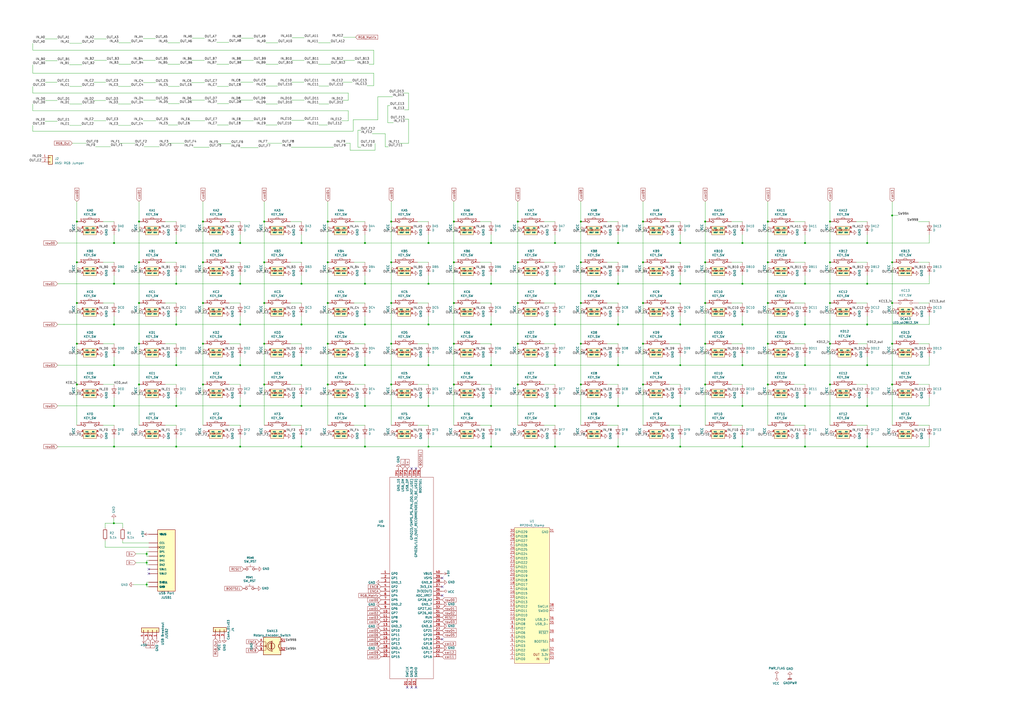
<source format=kicad_sch>
(kicad_sch (version 20230121) (generator eeschema)
  (paper "A2")
  (junction (at 211.709 140.97))
  (junction (at 190.119 152.146))
  (junction (at 503.047 188.214))
  (junction (at 517.525 175.768))
  (junction (at 284.861 211.836))
  (junction (at 85.09 339.09))
  (junction (at 44.577 223.012))
  (junction (at 174.879 259.08))
  (junction (at 430.657 259.08))
  (junction (at 409.067 223.012))
  (junction (at 372.999 223.012))
  (junction (at 174.879 164.592))
  (junction (at 102.235 235.458))
  (junction (at 466.979 235.458))
  (junction (at 44.577 128.524))
  (junction (at 394.589 164.592))
  (junction (at 372.999 175.768))
  (junction (at 211.709 259.08))
  (junction (at 336.931 223.012))
  (junction (at 430.657 140.97))
  (junction (at 503.047 140.97))
  (junction (at 300.355 128.524))
  (junction (at 85.09 326.39))
  (junction (at 372.999 199.39))
  (junction (at 358.521 164.592))
  (junction (at 139.319 211.836))
  (junction (at 321.945 188.214))
  (junction (at 263.271 199.39))
  (junction (at 190.119 223.012))
  (junction (at 190.119 128.524))
  (junction (at 226.949 223.012))
  (junction (at 117.729 199.39))
  (junction (at 358.521 188.214))
  (junction (at 248.539 164.592))
  (junction (at 300.355 199.39))
  (junction (at 409.067 128.524))
  (junction (at 66.167 164.592))
  (junction (at 284.861 140.97))
  (junction (at 226.949 128.524))
  (junction (at 445.389 199.39))
  (junction (at 517.525 223.012))
  (junction (at 263.271 223.012))
  (junction (at 430.657 211.836))
  (junction (at 80.645 175.768))
  (junction (at 481.457 152.146))
  (junction (at 80.645 223.012))
  (junction (at 503.047 164.592))
  (junction (at 336.931 199.39))
  (junction (at 358.521 235.458))
  (junction (at 153.289 199.39))
  (junction (at 248.539 259.08))
  (junction (at 80.645 128.524))
  (junction (at 481.457 175.768))
  (junction (at 44.577 175.768))
  (junction (at 226.949 175.768))
  (junction (at 517.525 152.146))
  (junction (at 409.067 152.146))
  (junction (at 263.271 152.146))
  (junction (at 117.729 223.012))
  (junction (at 248.539 188.214))
  (junction (at 445.389 223.012))
  (junction (at 190.119 199.39))
  (junction (at 284.861 188.214))
  (junction (at 80.645 152.146))
  (junction (at 139.319 235.458))
  (junction (at 117.729 152.146))
  (junction (at 445.389 128.524))
  (junction (at 211.709 188.214))
  (junction (at 85.09 321.31))
  (junction (at 80.645 199.39))
  (junction (at 44.577 152.146))
  (junction (at 248.539 235.458))
  (junction (at 409.067 175.768))
  (junction (at 174.879 188.214))
  (junction (at 394.589 140.97))
  (junction (at 284.861 259.08))
  (junction (at 481.457 199.39))
  (junction (at 66.167 259.08))
  (junction (at 102.235 164.592))
  (junction (at 466.979 188.214))
  (junction (at 321.945 164.592))
  (junction (at 153.289 223.012))
  (junction (at 321.945 235.458))
  (junction (at 211.709 211.836))
  (junction (at 139.319 259.08))
  (junction (at 372.999 128.524))
  (junction (at 174.879 235.458))
  (junction (at 336.931 128.524))
  (junction (at 466.979 140.97))
  (junction (at 174.879 140.97))
  (junction (at 336.931 152.146))
  (junction (at 321.945 259.08))
  (junction (at 358.521 211.836))
  (junction (at 503.047 235.458))
  (junction (at 190.119 175.768))
  (junction (at 153.289 128.524))
  (junction (at 445.389 175.768))
  (junction (at 153.289 152.146))
  (junction (at 66.167 188.214))
  (junction (at 263.271 128.524))
  (junction (at 153.289 175.768))
  (junction (at 102.235 188.214))
  (junction (at 466.979 164.592))
  (junction (at 517.525 124.968))
  (junction (at 503.047 259.08))
  (junction (at 300.355 223.012))
  (junction (at 117.729 128.524))
  (junction (at 284.861 235.458))
  (junction (at 445.389 152.146))
  (junction (at 66.167 235.458))
  (junction (at 321.945 211.836))
  (junction (at 394.589 235.458))
  (junction (at 211.709 235.458))
  (junction (at 481.457 128.524))
  (junction (at 503.047 211.836))
  (junction (at 394.589 259.08))
  (junction (at 102.235 211.836))
  (junction (at 174.879 211.836))
  (junction (at 466.979 259.08))
  (junction (at 321.945 140.97))
  (junction (at 466.979 211.836))
  (junction (at 263.271 175.768))
  (junction (at 358.521 259.08))
  (junction (at 226.949 152.146))
  (junction (at 226.949 199.39))
  (junction (at 248.539 211.836))
  (junction (at 300.355 152.146))
  (junction (at 248.539 140.97))
  (junction (at 284.861 164.592))
  (junction (at 139.319 164.592))
  (junction (at 430.657 188.214))
  (junction (at 102.235 259.08))
  (junction (at 66.04 303.53))
  (junction (at 394.589 188.214))
  (junction (at 481.457 223.012))
  (junction (at 66.167 140.97))
  (junction (at 336.931 175.768))
  (junction (at 358.521 140.97))
  (junction (at 300.355 175.768))
  (junction (at 394.589 211.836))
  (junction (at 211.709 164.592))
  (junction (at 372.999 152.146))
  (junction (at 517.525 199.39))
  (junction (at 430.657 164.592))
  (junction (at 44.577 199.39))
  (junction (at 430.657 235.458))
  (junction (at 139.319 188.214))
  (junction (at 117.729 175.768))
  (junction (at 409.067 199.39))
  (junction (at 139.319 140.97))
  (junction (at 66.167 211.836))
  (junction (at 102.235 140.97))
  (no_connect (at 256.54 335.28))
  (no_connect (at 241.3 271.78))
  (no_connect (at 238.76 398.78))
  (no_connect (at 241.3 398.78))
  (no_connect (at 236.22 398.78))
  (no_connect (at 256.54 340.36))
  (no_connect (at 256.54 370.84))
  (no_connect (at 238.76 271.78))
  (no_connect (at 86.36 332.74))
  (no_connect (at 256.54 345.44))
  (no_connect (at 86.36 330.2))
  (wire (pts (xy 300.355 175.768) (xy 300.355 199.39)))
  (wire (pts (xy 217.551 87.122) (xy 217.551 83.185)))
  (wire (pts (xy 66.167 136.144) (xy 66.167 140.97)))
  (wire (pts (xy 102.235 230.632) (xy 102.235 235.458)))
  (wire (pts (xy 26.289 58.293) (xy 33.274 58.293)))
  (wire (pts (xy 83.566 85.09) (xy 92.456 85.09)))
  (wire (pts (xy 54.483 47.752) (xy 61.341 47.752)))
  (wire (pts (xy 153.289 116.84) (xy 153.289 128.524)))
  (wire (pts (xy 466.979 183.388) (xy 466.979 188.214)))
  (wire (pts (xy 33.274 22.606) (xy 26.162 22.606)))
  (wire (pts (xy 190.119 116.84) (xy 190.119 128.524)))
  (wire (pts (xy 226.949 116.84) (xy 226.949 128.524)))
  (wire (pts (xy 204.851 69.469) (xy 219.202 69.469)))
  (wire (pts (xy 226.187 61.214) (xy 224.917 61.214)))
  (wire (pts (xy 139.319 188.214) (xy 174.879 188.214)))
  (wire (pts (xy 203.073 87.122) (xy 217.551 87.122)))
  (wire (pts (xy 503.047 136.144) (xy 503.047 140.97)))
  (wire (pts (xy 394.589 230.632) (xy 394.589 235.458)))
  (wire (pts (xy 409.067 199.39) (xy 409.067 223.012)))
  (wire (pts (xy 517.525 152.146) (xy 517.525 175.768)))
  (wire (pts (xy 481.457 199.39) (xy 481.457 223.012)))
  (wire (pts (xy 236.982 69.088) (xy 236.982 83.185)))
  (wire (pts (xy 190.119 223.012) (xy 190.119 246.634)))
  (wire (pts (xy 226.949 199.39) (xy 226.949 223.012)))
  (wire (pts (xy 226.949 128.524) (xy 226.949 152.146)))
  (wire (pts (xy 85.09 326.39) (xy 85.09 327.66)))
  (wire (pts (xy 168.529 246.634) (xy 174.879 246.634)))
  (wire (pts (xy 44.577 199.39) (xy 44.577 223.012)))
  (wire (pts (xy 300.355 152.146) (xy 300.355 175.768)))
  (wire (pts (xy 242.189 175.768) (xy 248.539 175.768)))
  (wire (pts (xy 110.236 70.104) (xy 118.872 70.104)))
  (wire (pts (xy 125.984 72.517) (xy 132.588 72.517)))
  (wire (pts (xy 77.47 339.09) (xy 85.09 339.09)))
  (wire (pts (xy 394.589 164.592) (xy 358.521 164.592)))
  (wire (pts (xy 216.789 42.418) (xy 216.789 49.657)))
  (wire (pts (xy 111.125 58.039) (xy 118.745 58.039)))
  (wire (pts (xy 153.289 175.768) (xy 153.289 199.39)))
  (wire (pts (xy 225.298 85.217) (xy 223.52 85.217)))
  (wire (pts (xy 153.289 223.012) (xy 153.289 246.634)))
  (wire (pts (xy 284.861 259.08) (xy 248.539 259.08)))
  (wire (pts (xy 41.91 83.058) (xy 50.038 83.058)))
  (wire (pts (xy 503.047 235.458) (xy 539.115 235.458)))
  (wire (pts (xy 263.271 223.012) (xy 263.271 246.634)))
  (wire (pts (xy 184.912 72.517) (xy 189.992 72.517)))
  (wire (pts (xy 85.09 321.31) (xy 85.09 322.58)))
  (wire (pts (xy 117.729 116.84) (xy 117.729 128.524)))
  (wire (pts (xy 248.539 164.592) (xy 211.709 164.592)))
  (wire (pts (xy 139.319 259.08) (xy 102.235 259.08)))
  (wire (pts (xy 358.521 136.144) (xy 358.521 140.97)))
  (wire (pts (xy 315.595 246.634) (xy 321.945 246.634)))
  (wire (pts (xy 117.729 152.146) (xy 117.729 175.768)))
  (wire (pts (xy 66.167 159.766) (xy 66.167 164.592)))
  (wire (pts (xy 207.645 85.344) (xy 209.296 85.344)))
  (wire (pts (xy 85.09 320.04) (xy 86.36 320.04)))
  (wire (pts (xy 248.539 259.08) (xy 211.709 259.08)))
  (wire (pts (xy 83.185 47.879) (xy 90.297 47.879)))
  (wire (pts (xy 372.999 128.524) (xy 372.999 152.146)))
  (wire (pts (xy 184.912 60.325) (xy 190.754 60.325)))
  (wire (pts (xy 300.355 223.012) (xy 300.355 246.634)))
  (wire (pts (xy 466.979 235.458) (xy 503.047 235.458)))
  (wire (pts (xy 242.189 246.634) (xy 248.539 246.634)))
  (wire (pts (xy 68.58 72.771) (xy 75.946 72.771)))
  (wire (pts (xy 321.945 136.144) (xy 321.945 140.97)))
  (wire (pts (xy 139.319 140.97) (xy 174.879 140.97)))
  (wire (pts (xy 139.827 35.052) (xy 147.066 35.052)))
  (wire (pts (xy 242.189 152.146) (xy 248.539 152.146)))
  (wire (pts (xy 211.709 211.836) (xy 174.879 211.836)))
  (wire (pts (xy 19.05 42.418) (xy 216.789 42.418)))
  (wire (pts (xy 424.307 199.39) (xy 430.657 199.39)))
  (wire (pts (xy 336.931 128.524) (xy 336.931 152.146)))
  (wire (pts (xy 102.235 235.458) (xy 139.319 235.458)))
  (wire (pts (xy 532.765 223.012) (xy 539.115 223.012)))
  (wire (pts (xy 19.05 25.146) (xy 19.05 29.083)))
  (wire (pts (xy 352.171 199.39) (xy 358.521 199.39)))
  (wire (pts (xy 117.729 199.39) (xy 117.729 223.012)))
  (wire (pts (xy 321.945 259.08) (xy 284.861 259.08)))
  (wire (pts (xy 263.271 116.84) (xy 263.271 128.524)))
  (wire (pts (xy 66.167 235.458) (xy 102.235 235.458)))
  (wire (pts (xy 242.189 128.524) (xy 248.539 128.524)))
  (wire (pts (xy 321.945 211.836) (xy 284.861 211.836)))
  (wire (pts (xy 80.645 199.39) (xy 80.645 223.012)))
  (wire (pts (xy 203.073 83.058) (xy 203.073 87.122)))
  (wire (pts (xy 284.861 207.01) (xy 284.861 211.836)))
  (wire (pts (xy 153.289 199.39) (xy 153.289 223.012)))
  (wire (pts (xy 139.7 70.104) (xy 147.066 70.104)))
  (wire (pts (xy 102.235 183.388) (xy 102.235 188.214)))
  (wire (pts (xy 236.982 83.185) (xy 231.902 83.185)))
  (wire (pts (xy 358.521 211.836) (xy 321.945 211.836)))
  (wire (pts (xy 226.949 223.012) (xy 226.949 246.634)))
  (wire (pts (xy 248.539 140.97) (xy 284.861 140.97)))
  (wire (pts (xy 199.009 47.625) (xy 204.343 47.625)))
  (wire (pts (xy 139.319 230.632) (xy 139.319 235.458)))
  (wire (pts (xy 174.879 254.254) (xy 174.879 259.08)))
  (wire (pts (xy 532.765 128.524) (xy 539.115 128.524)))
  (wire (pts (xy 481.457 199.39) (xy 482.346 199.39)))
  (wire (pts (xy 460.629 128.524) (xy 466.979 128.524)))
  (wire (pts (xy 517.525 175.768) (xy 517.525 199.39)))
  (wire (pts (xy 372.999 175.768) (xy 372.999 199.39)))
  (wire (pts (xy 211.709 207.01) (xy 211.709 211.836)))
  (wire (pts (xy 139.319 159.766) (xy 139.319 164.592)))
  (wire (pts (xy 460.629 199.39) (xy 466.979 199.39)))
  (wire (pts (xy 80.645 223.012) (xy 80.645 246.634)))
  (wire (pts (xy 532.765 199.39) (xy 539.115 199.39)))
  (wire (pts (xy 154.178 37.338) (xy 161.417 37.338)))
  (wire (pts (xy 139.319 207.01) (xy 139.319 211.836)))
  (wire (pts (xy 234.315 53.975) (xy 236.982 53.975)))
  (wire (pts (xy 26.289 35.306) (xy 33.274 35.306)))
  (wire (pts (xy 430.657 207.01) (xy 430.657 211.836)))
  (wire (pts (xy 211.709 254.254) (xy 211.709 259.08)))
  (wire (pts (xy 234.823 69.088) (xy 236.982 69.088)))
  (wire (pts (xy 496.697 223.012) (xy 503.047 223.012)))
  (wire (pts (xy 85.09 325.12) (xy 86.36 325.12)))
  (wire (pts (xy 132.969 128.524) (xy 139.319 128.524)))
  (wire (pts (xy 517.525 175.768) (xy 517.652 175.768)))
  (wire (pts (xy 394.589 259.08) (xy 358.521 259.08)))
  (wire (pts (xy 284.861 140.97) (xy 321.945 140.97)))
  (wire (pts (xy 520.827 124.968) (xy 517.525 124.968)))
  (wire (pts (xy 139.319 211.836) (xy 102.235 211.836)))
  (wire (pts (xy 503.047 211.836) (xy 539.115 211.836)))
  (wire (pts (xy 388.239 152.146) (xy 394.589 152.146)))
  (wire (pts (xy 216.789 37.338) (xy 213.995 37.338)))
  (wire (pts (xy 248.539 188.214) (xy 284.861 188.214)))
  (wire (pts (xy 300.355 128.524) (xy 300.355 152.146)))
  (wire (pts (xy 18.923 76.073) (xy 204.851 76.073)))
  (wire (pts (xy 358.521 259.08) (xy 321.945 259.08)))
  (wire (pts (xy 466.979 230.632) (xy 466.979 235.458)))
  (wire (pts (xy 430.657 188.214) (xy 466.979 188.214)))
  (wire (pts (xy 168.529 128.524) (xy 174.879 128.524)))
  (wire (pts (xy 284.861 159.766) (xy 284.861 164.592)))
  (wire (pts (xy 85.09 326.39) (xy 85.09 325.12)))
  (wire (pts (xy 358.521 140.97) (xy 394.589 140.97)))
  (wire (pts (xy 284.861 230.632) (xy 284.861 235.458)))
  (wire (pts (xy 226.949 175.768) (xy 226.949 199.39)))
  (wire (pts (xy 200.406 83.058) (xy 203.073 83.058)))
  (wire (pts (xy 242.189 223.012) (xy 248.539 223.012)))
  (wire (pts (xy 394.589 188.214) (xy 430.657 188.214)))
  (wire (pts (xy 174.879 140.97) (xy 211.709 140.97)))
  (wire (pts (xy 409.067 175.768) (xy 409.067 199.39)))
  (wire (pts (xy 300.355 199.39) (xy 300.355 223.012)))
  (wire (pts (xy 190.119 128.524) (xy 190.119 152.146)))
  (wire (pts (xy 59.817 246.634) (xy 66.167 246.634)))
  (wire (pts (xy 409.067 128.524) (xy 409.067 152.146)))
  (wire (pts (xy 539.115 230.632) (xy 539.115 235.458)))
  (wire (pts (xy 19.05 53.975) (xy 19.05 50.165)))
  (wire (pts (xy 66.167 254.254) (xy 66.167 259.08)))
  (wire (pts (xy 430.657 211.836) (xy 394.589 211.836)))
  (wire (pts (xy 336.931 223.012) (xy 336.931 246.634)))
  (wire (pts (xy 248.539 235.458) (xy 284.861 235.458)))
  (wire (pts (xy 517.525 199.39) (xy 517.525 223.012)))
  (wire (pts (xy 54.61 35.052) (xy 61.849 35.052)))
  (wire (pts (xy 248.539 207.01) (xy 248.539 211.836)))
  (wire (pts (xy 503.047 259.08) (xy 539.115 259.08)))
  (wire (pts (xy 102.235 136.144) (xy 102.235 140.97)))
  (wire (pts (xy 168.91 85.344) (xy 193.548 85.344)))
  (wire (pts (xy 95.885 175.768) (xy 102.235 175.768)))
  (wire (pts (xy 503.047 230.632) (xy 503.047 235.458)))
  (wire (pts (xy 211.709 140.97) (xy 248.539 140.97)))
  (wire (pts (xy 336.931 199.39) (xy 336.931 223.012)))
  (wire (pts (xy 226.949 152.146) (xy 226.949 175.768)))
  (wire (pts (xy 315.595 152.146) (xy 321.945 152.146)))
  (wire (pts (xy 97.79 83.058) (xy 106.934 83.058)))
  (wire (pts (xy 352.171 175.768) (xy 358.521 175.768)))
  (wire (pts (xy 223.52 85.217) (xy 223.52 77.597)))
  (wire (pts (xy 372.999 116.84) (xy 372.999 128.524)))
  (wire (pts (xy 174.879 159.766) (xy 174.879 164.592)))
  (wire (pts (xy 78.74 321.31) (xy 85.09 321.31)))
  (wire (pts (xy 430.657 254.254) (xy 430.657 259.08)))
  (wire (pts (xy 19.05 60.325) (xy 19.05 64.262)))
  (wire (pts (xy 132.969 152.146) (xy 139.319 152.146)))
  (wire (pts (xy 445.389 116.84) (xy 445.389 128.524)))
  (wire (pts (xy 278.511 128.524) (xy 284.861 128.524)))
  (wire (pts (xy 184.658 37.338) (xy 191.897 37.338)))
  (wire (pts (xy 204.851 69.469) (xy 204.851 76.073)))
  (wire (pts (xy 481.457 223.012) (xy 481.457 246.634)))
  (wire (pts (xy 372.999 152.146) (xy 372.999 175.768)))
  (wire (pts (xy 154.178 72.517) (xy 160.782 72.517)))
  (wire (pts (xy 372.999 199.39) (xy 372.999 223.012)))
  (wire (pts (xy 191.77 24.892) (xy 184.658 24.892)))
  (wire (pts (xy 68.58 50.165) (xy 75.946 50.165)))
  (wire (pts (xy 168.529 199.39) (xy 174.879 199.39)))
  (wire (pts (xy 496.697 246.634) (xy 503.047 246.634)))
  (wire (pts (xy 176.53 21.844) (xy 169.418 21.844)))
  (wire (pts (xy 315.595 223.012) (xy 321.945 223.012)))
  (wire (pts (xy 102.235 254.254) (xy 102.235 259.08)))
  (wire (pts (xy 394.589 136.144) (xy 394.589 140.97)))
  (wire (pts (xy 139.319 235.458) (xy 174.879 235.458)))
  (wire (pts (xy 388.239 246.634) (xy 394.589 246.634)))
  (wire (pts (xy 54.483 58.293) (xy 61.341 58.293)))
  (wire (pts (xy 66.167 207.01) (xy 66.167 211.836)))
  (wire (pts (xy 321.945 159.766) (xy 321.945 164.592)))
  (wire (pts (xy 66.167 188.214) (xy 102.235 188.214)))
  (wire (pts (xy 496.697 152.146) (xy 503.047 152.146)))
  (wire (pts (xy 71.12 303.53) (xy 66.04 303.53)))
  (wire (pts (xy 95.885 152.146) (xy 102.235 152.146)))
  (wire (pts (xy 139.573 47.625) (xy 146.939 47.625)))
  (wire (pts (xy 95.885 246.634) (xy 102.235 246.634)))
  (wire (pts (xy 66.167 230.632) (xy 66.167 235.458)))
  (wire (pts (xy 55.372 85.09) (xy 64.135 85.09)))
  (wire (pts (xy 40.386 60.325) (xy 47.625 60.325)))
  (wire (pts (xy 503.047 164.592) (xy 539.115 164.592)))
  (wire (pts (xy 211.709 230.632) (xy 211.709 235.458)))
  (wire (pts (xy 539.115 136.144) (xy 539.115 140.97)))
  (wire (pts (xy 216.789 49.657) (xy 212.852 49.657)))
  (wire (pts (xy 205.359 246.634) (xy 211.709 246.634)))
  (wire (pts (xy 466.979 136.144) (xy 466.979 140.97)))
  (wire (pts (xy 26.289 47.752) (xy 33.147 47.752)))
  (wire (pts (xy 60.96 313.69) (xy 60.96 317.5)))
  (wire (pts (xy 460.629 175.768) (xy 466.979 175.768)))
  (wire (pts (xy 263.271 128.524) (xy 263.271 152.146)))
  (wire (pts (xy 496.697 128.524) (xy 503.047 128.524)))
  (wire (pts (xy 202.057 70.104) (xy 198.247 70.104)))
  (wire (pts (xy 321.945 235.458) (xy 358.521 235.458)))
  (wire (pts (xy 460.629 246.634) (xy 466.979 246.634)))
  (wire (pts (xy 358.521 207.01) (xy 358.521 211.836)))
  (wire (pts (xy 211.709 164.592) (xy 174.879 164.592)))
  (wire (pts (xy 83.058 70.104) (xy 90.424 70.104)))
  (wire (pts (xy 315.595 175.768) (xy 321.945 175.768)))
  (wire (pts (xy 205.359 128.524) (xy 211.709 128.524)))
  (wire (pts (xy 90.17 22.352) (xy 83.058 22.352)))
  (wire (pts (xy 139.319 183.388) (xy 139.319 188.214)))
  (wire (pts (xy 284.861 254.254) (xy 284.861 259.08)))
  (wire (pts (xy 466.979 159.766) (xy 466.979 164.592)))
  (wire (pts (xy 248.539 254.254) (xy 248.539 259.08)))
  (wire (pts (xy 102.235 207.01) (xy 102.235 211.836)))
  (wire (pts (xy 71.12 314.96) (xy 86.36 314.96)))
  (wire (pts (xy 539.115 254.254) (xy 539.115 259.08)))
  (wire (pts (xy 394.589 207.01) (xy 394.589 211.836)))
  (wire (pts (xy 466.979 259.08) (xy 503.047 259.08)))
  (wire (pts (xy 66.167 164.592) (xy 33.401 164.592)))
  (wire (pts (xy 430.657 183.388) (xy 430.657 188.214)))
  (wire (pts (xy 202.057 64.262) (xy 202.057 70.104)))
  (wire (pts (xy 61.722 22.606) (xy 54.61 22.606)))
  (wire (pts (xy 336.931 152.146) (xy 336.931 175.768)))
  (wire (pts (xy 358.521 159.766) (xy 358.521 164.592)))
  (wire (pts (xy 40.386 50.165) (xy 47.498 50.165)))
  (wire (pts (xy 40.386 72.771) (xy 47.244 72.771)))
  (wire (pts (xy 19.05 37.592) (xy 19.05 42.418)))
  (wire (pts (xy 236.982 53.975) (xy 236.982 63.754)))
  (wire (pts (xy 80.645 175.768) (xy 80.645 199.39)))
  (wire (pts (xy 248.539 211.836) (xy 211.709 211.836)))
  (wire (pts (xy 445.389 175.768) (xy 445.389 199.39)))
  (wire (pts (xy 205.359 175.768) (xy 211.709 175.768)))
  (wire (pts (xy 132.969 246.634) (xy 139.319 246.634)))
  (wire (pts (xy 66.167 140.97) (xy 102.235 140.97)))
  (wire (pts (xy 466.979 164.592) (xy 430.657 164.592)))
  (wire (pts (xy 321.945 183.388) (xy 321.945 188.214)))
  (wire (pts (xy 66.167 211.836) (xy 33.401 211.836)))
  (wire (pts (xy 66.167 140.97) (xy 33.401 140.97)))
  (wire (pts (xy 97.282 37.338) (xy 104.394 37.338)))
  (wire (pts (xy 539.115 207.01) (xy 539.115 211.836)))
  (wire (pts (xy 284.861 211.836) (xy 248.539 211.836)))
  (wire (pts (xy 71.12 313.69) (xy 71.12 314.96)))
  (wire (pts (xy 199.136 21.59) (xy 206.248 21.59)))
  (wire (pts (xy 44.577 128.524) (xy 44.577 152.146)))
  (wire (pts (xy 503.047 183.388) (xy 503.047 188.214)))
  (wire (pts (xy 118.618 22.098) (xy 111.506 22.098)))
  (wire (pts (xy 102.235 211.836) (xy 66.167 211.836)))
  (wire (pts (xy 223.52 77.597) (xy 215.9 77.597)))
  (wire (pts (xy 168.529 152.146) (xy 174.879 152.146)))
  (wire (pts (xy 284.861 235.458) (xy 321.945 235.458)))
  (wire (pts (xy 44.577 116.84) (xy 44.577 128.524)))
  (wire (pts (xy 445.389 152.146) (xy 445.389 175.768)))
  (wire (pts (xy 445.389 199.39) (xy 445.389 223.012)))
  (wire (pts (xy 97.536 72.517) (xy 103.124 72.517)))
  (wire (pts (xy 102.235 188.214) (xy 139.319 188.214)))
  (wire (pts (xy 352.171 246.634) (xy 358.521 246.634)))
  (wire (pts (xy 40.259 37.592) (xy 47.625 37.592)))
  (wire (pts (xy 445.389 223.012) (xy 445.389 246.634)))
  (wire (pts (xy 336.931 175.768) (xy 336.931 199.39)))
  (wire (pts (xy 85.09 327.66) (xy 86.36 327.66)))
  (wire (pts (xy 111.379 35.052) (xy 118.618 35.052)))
  (wire (pts (xy 430.657 159.766) (xy 430.657 164.592)))
  (wire (pts (xy 466.979 211.836) (xy 430.657 211.836)))
  (wire (pts (xy 248.539 183.388) (xy 248.539 188.214)))
  (wire (pts (xy 430.657 140.97) (xy 466.979 140.97)))
  (wire (pts (xy 358.521 230.632) (xy 358.521 235.458)))
  (wire (pts (xy 242.189 199.39) (xy 248.539 199.39)))
  (wire (pts (xy 219.202 56.134) (xy 219.202 69.469)))
  (wire (pts (xy 409.067 152.146) (xy 409.067 175.768)))
  (wire (pts (xy 95.885 199.39) (xy 102.235 199.39)))
  (wire (pts (xy 80.645 128.524) (xy 80.645 152.146)))
  (wire (pts (xy 409.067 116.84) (xy 409.067 128.524)))
  (wire (pts (xy 161.29 24.892) (xy 154.178 24.892)))
  (wire (pts (xy 207.645 75.565) (xy 207.645 85.344)))
  (wire (pts (xy 153.289 128.524) (xy 153.289 152.146)))
  (wire (pts (xy 104.394 24.892) (xy 97.282 24.892)))
  (wire (pts (xy 481.457 116.84) (xy 481.457 128.524)))
  (wire (pts (xy 66.04 303.53) (xy 66.04 300.99)))
  (wire (pts (xy 112.268 85.344) (xy 121.412 85.344)))
  (wire (pts (xy 71.12 306.07) (xy 71.12 303.53)))
  (wire (pts (xy 155.194 83.058) (xy 163.576 83.058)))
  (wire (pts (xy 139.573 58.039) (xy 146.812 58.039)))
  (wire (pts (xy 394.589 140.97) (xy 430.657 140.97)))
  (wire (pts (xy 59.817 152.146) (xy 66.167 152.146)))
  (wire (pts (xy 388.239 175.768) (xy 394.589 175.768)))
  (wire (pts (xy 95.885 128.524) (xy 102.235 128.524)))
  (wire (pts (xy 139.319 254.254) (xy 139.319 259.08)))
  (wire (pts (xy 82.931 35.052) (xy 90.17 35.052)))
  (wire (pts (xy 352.171 152.146) (xy 358.521 152.146)))
  (wire (pts (xy 503.047 159.766) (xy 503.047 164.592)))
  (wire (pts (xy 321.945 207.01) (xy 321.945 211.836)))
  (wire (pts (xy 424.307 175.768) (xy 430.657 175.768)))
  (wire (pts (xy 321.945 254.254) (xy 321.945 259.08)))
  (wire (pts (xy 284.861 164.592) (xy 248.539 164.592)))
  (wire (pts (xy 224.917 71.12) (xy 228.219 71.12)))
  (wire (pts (xy 517.525 116.967) (xy 517.525 124.968)))
  (wire (pts (xy 132.969 175.768) (xy 139.319 175.768)))
  (wire (pts (xy 481.457 152.146) (xy 481.457 175.768)))
  (wire (pts (xy 169.291 58.039) (xy 176.53 58.039)))
  (wire (pts (xy 59.817 175.768) (xy 66.167 175.768)))
  (wire (pts (xy 424.307 246.634) (xy 430.657 246.634)))
  (wire (pts (xy 460.629 152.146) (xy 466.979 152.146)))
  (wire (pts (xy 503.047 207.01) (xy 503.047 211.836)))
  (wire (pts (xy 97.536 50.165) (xy 104.14 50.165)))
  (wire (pts (xy 199.136 35.052) (xy 205.74 35.052)))
  (wire (pts (xy 68.834 37.338) (xy 75.946 37.338)))
  (wire (pts (xy 263.271 152.146) (xy 263.271 175.768)))
  (wire (pts (xy 117.729 223.012) (xy 117.729 246.634)))
  (wire (pts (xy 248.539 159.766) (xy 248.539 164.592)))
  (wire (pts (xy 321.945 164.592) (xy 284.861 164.592)))
  (wire (pts (xy 85.09 339.09) (xy 85.09 337.82)))
  (wire (pts (xy 60.96 317.5) (xy 86.36 317.5)))
  (wire (pts (xy 102.235 159.766) (xy 102.235 164.592)))
  (wire (pts (xy 321.945 140.97) (xy 358.521 140.97)))
  (wire (pts (xy 321.945 230.632) (xy 321.945 235.458)))
  (wire (pts (xy 66.167 188.214) (xy 33.401 188.214)))
  (wire (pts (xy 496.697 175.768) (xy 503.047 175.768)))
  (wire (pts (xy 466.979 188.214) (xy 503.047 188.214)))
  (wire (pts (xy 315.595 199.39) (xy 321.945 199.39)))
  (wire (pts (xy 66.167 259.08) (xy 33.401 259.08)))
  (wire (pts (xy 85.09 321.31) (xy 85.09 320.04)))
  (wire (pts (xy 190.119 175.768) (xy 190.119 199.39)))
  (wire (pts (xy 315.595 128.524) (xy 321.945 128.524)))
  (wire (pts (xy 394.589 159.766) (xy 394.589 164.592)))
  (wire (pts (xy 59.817 128.524) (xy 66.167 128.524)))
  (wire (pts (xy 132.969 223.012) (xy 139.319 223.012)))
  (wire (pts (xy 532.892 175.768) (xy 539.115 175.768)))
  (wire (pts (xy 424.307 152.146) (xy 430.657 152.146)))
  (wire (pts (xy 54.356 70.104) (xy 61.468 70.104)))
  (wire (pts (xy 174.879 136.144) (xy 174.879 140.97)))
  (wire (pts (xy 174.879 183.388) (xy 174.879 188.214)))
  (wire (pts (xy 78.74 326.39) (xy 85.09 326.39)))
  (wire (pts (xy 132.842 24.638) (xy 125.73 24.638)))
  (wire (pts (xy 174.879 235.458) (xy 211.709 235.458)))
  (wire (pts (xy 169.164 69.85) (xy 176.53 69.85)))
  (wire (pts (xy 358.521 188.214) (xy 394.589 188.214)))
  (wire (pts (xy 59.817 223.012) (xy 66.167 223.012)))
  (wire (pts (xy 211.709 259.08) (xy 174.879 259.08)))
  (wire (pts (xy 466.979 259.08) (xy 430.657 259.08)))
  (wire (pts (xy 102.235 259.08) (xy 66.167 259.08)))
  (wire (pts (xy 321.945 188.214) (xy 358.521 188.214)))
  (wire (pts (xy 66.167 183.388) (xy 66.167 188.214)))
  (wire (pts (xy 219.202 56.134) (xy 227.711 56.134)))
  (wire (pts (xy 248.539 230.632) (xy 248.539 235.458)))
  (wire (pts (xy 481.457 175.768) (xy 481.457 199.39)))
  (wire (pts (xy 460.629 223.012) (xy 466.979 223.012)))
  (wire (pts (xy 174.879 211.836) (xy 139.319 211.836)))
  (wire (pts (xy 394.589 183.388) (xy 394.589 188.214)))
  (wire (pts (xy 86.36 340.36) (xy 85.09 340.36)))
  (wire (pts (xy 211.709 136.144) (xy 211.709 140.97)))
  (wire (pts (xy 300.355 116.84) (xy 300.355 128.524)))
  (wire (pts (xy 202.057 53.975) (xy 19.05 53.975)))
  (wire (pts (xy 430.657 230.632) (xy 430.657 235.458)))
  (wire (pts (xy 284.861 136.144) (xy 284.861 140.97)))
  (wire (pts (xy 372.999 223.012) (xy 372.999 246.634)))
  (wire (pts (xy 102.235 164.592) (xy 66.167 164.592)))
  (wire (pts (xy 174.879 259.08) (xy 139.319 259.08)))
  (wire (pts (xy 278.511 175.768) (xy 284.861 175.768)))
  (wire (pts (xy 424.307 128.524) (xy 430.657 128.524)))
  (wire (pts (xy 278.511 152.146) (xy 284.861 152.146)))
  (wire (pts (xy 388.239 199.39) (xy 394.589 199.39)))
  (wire (pts (xy 424.307 223.012) (xy 430.657 223.012)))
  (wire (pts (xy 481.457 128.524) (xy 481.457 152.146)))
  (wire (pts (xy 503.047 254.254) (xy 503.047 259.08)))
  (wire (pts (xy 147.066 22.098) (xy 139.954 22.098)))
  (wire (pts (xy 202.057 58.166) (xy 202.057 53.975)))
  (wire (pts (xy 284.861 188.214) (xy 321.945 188.214)))
  (wire (pts (xy 60.96 303.53) (xy 66.04 303.53)))
  (wire (pts (xy 211.709 159.766) (xy 211.709 164.592)))
  (wire (pts (xy 153.289 152.146) (xy 153.289 175.768)))
  (wire (pts (xy 216.789 29.083) (xy 216.789 37.338)))
  (wire (pts (xy 59.817 199.39) (xy 66.167 199.39)))
  (wire (pts (xy 352.171 223.012) (xy 358.521 223.012)))
  (wire (pts (xy 80.645 152.146) (xy 80.645 175.768)))
  (wire (pts (xy 284.861 183.388) (xy 284.861 188.214)))
  (wire (pts (xy 517.525 223.012) (xy 517.525 246.634)))
  (wire (pts (xy 19.05 29.083) (xy 216.789 29.083)))
  (wire (pts (xy 190.119 152.146) (xy 190.119 175.768)))
  (wire (pts (xy 466.979 140.97) (xy 503.047 140.97)))
  (wire (pts (xy 44.577 152.146) (xy 44.577 175.768)))
  (wire (pts (xy 358.521 254.254) (xy 358.521 259.08)))
  (wire (pts (xy 117.729 175.768) (xy 117.729 199.39)))
  (wire (pts (xy 169.291 47.625) (xy 176.403 47.625)))
  (wire (pts (xy 466.979 164.592) (xy 503.047 164.592)))
  (wire (pts (xy 111.125 47.879) (xy 118.745 47.879)))
  (wire (pts (xy 83.185 58.039) (xy 90.297 58.039)))
  (wire (pts (xy 85.09 337.82) (xy 86.36 337.82)))
  (wire (pts (xy 139.319 164.592) (xy 102.235 164.592)))
  (wire (pts (xy 69.596 83.058) (xy 78.232 83.058)))
  (wire (pts (xy 205.359 199.39) (xy 211.709 199.39)))
  (wire (pts (xy 394.589 211.836) (xy 358.521 211.836)))
  (wire (pts (xy 532.765 246.634) (xy 539.115 246.634)))
  (wire (pts (xy 125.984 50.165) (xy 132.588 50.165)))
  (wire (pts (xy 26.162 70.358) (xy 33.274 70.358)))
  (wire (pts (xy 466.979 254.254) (xy 466.979 259.08)))
  (wire (pts (xy 539.115 183.388) (xy 539.115 188.214)))
  (wire (pts (xy 394.589 254.254) (xy 394.589 259.08)))
  (wire (pts (xy 66.167 235.458) (xy 33.401 235.458)))
  (wire (pts (xy 211.709 188.214) (xy 248.539 188.214)))
  (wire (pts (xy 117.729 128.524) (xy 117.729 152.146)))
  (wire (pts (xy 503.047 140.97) (xy 539.115 140.97)))
  (wire (pts (xy 539.115 159.766) (xy 539.115 164.592)))
  (wire (pts (xy 394.589 235.458) (xy 430.657 235.458)))
  (wire (pts (xy 211.709 183.388) (xy 211.709 188.214)))
  (wire (pts (xy 125.984 60.071) (xy 132.715 60.071)))
  (wire (pts (xy 19.05 64.262) (xy 202.057 64.262)))
  (wire (pts (xy 75.946 24.892) (xy 68.834 24.892)))
  (wire (pts (xy 47.498 25.146) (xy 40.386 25.146)))
  (wire (pts (xy 466.979 207.01) (xy 466.979 211.836)))
  (wire (pts (xy 352.171 128.524) (xy 358.521 128.524)))
  (wire (pts (xy 336.931 116.84) (xy 336.931 128.524)))
  (wire (pts (xy 95.885 223.012) (xy 102.235 223.012)))
  (wire (pts (xy 168.529 223.012) (xy 174.879 223.012)))
  (wire (pts (xy 174.879 188.214) (xy 211.709 188.214)))
  (wire (pts (xy 18.923 72.644) (xy 18.923 76.073)))
  (wire (pts (xy 174.879 207.01) (xy 174.879 211.836)))
  (wire (pts (xy 60.96 306.07) (xy 60.96 303.53)))
  (wire (pts (xy 139.446 85.598) (xy 149.86 85.598)))
  (wire (pts (xy 388.239 223.012) (xy 394.589 223.012)))
  (wire (pts (xy 184.912 49.911) (xy 190.754 49.911)))
  (wire (pts (xy 205.359 152.146) (xy 211.709 152.146)))
  (wire (pts (xy 85.09 322.58) (xy 86.36 322.58)))
  (wire (pts (xy 430.657 259.08) (xy 394.589 259.08)))
  (wire (pts (xy 205.359 223.012) (xy 211.709 223.012)))
  (wire (pts (xy 445.389 128.524) (xy 445.389 152.146)))
  (wire (pts (xy 102.235 140.97) (xy 139.319 140.97)))
  (wire (pts (xy 278.511 199.39) (xy 284.861 199.39)))
  (wire (pts (xy 224.917 61.214) (xy 224.917 71.12)))
  (wire (pts (xy 154.178 60.325) (xy 161.036 60.325)))
  (wire (pts (xy 126.619 83.312) (xy 134.112 83.312)))
  (wire (pts (xy 503.047 188.214) (xy 539.115 188.214)))
  (wire (pts (xy 169.418 35.052) (xy 176.53 35.052)))
  (wire (pts (xy 209.296 75.565) (xy 207.645 75.565)))
  (wire (pts (xy 466.979 211.836) (xy 503.047 211.836)))
  (wire (pts (xy 358.521 183.388) (xy 358.521 188.214)))
  (wire (pts (xy 278.511 246.634) (xy 284.861 246.634)))
  (wire (pts (xy 80.645 116.84) (xy 80.645 128.524)))
  (wire (pts (xy 85.09 340.36) (xy 85.09 339.09)))
  (wire (pts (xy 430.657 235.458) (xy 466.979 235.458)))
  (wire (pts (xy 97.536 60.071) (xy 104.14 60.071)))
  (wire (pts (xy 68.58 60.325) (xy 75.946 60.325)))
  (wire (pts (xy 168.529 175.768) (xy 174.879 175.768)))
  (wire (pts (xy 174.879 164.592) (xy 139.319 164.592)))
  (wire (pts (xy 139.319 136.144) (xy 139.319 140.97)))
  (wire (pts (xy 199.009 58.166) (xy 202.057 58.166)))
  (wire (pts (xy 154.178 49.911) (xy 161.036 49.911)))
  (wire (pts (xy 430.657 164.592) (xy 394.589 164.592)))
  (wire (pts (xy 236.982 63.754) (xy 234.569 63.754)))
  (wire (pts (xy 125.73 37.338) (xy 132.842 37.338)))
  (wire (pts (xy 278.511 223.012) (xy 284.861 223.012)))
  (wire (pts (xy 532.765 152.146) (xy 539.115 152.146)))
  (wire (pts (xy 44.577 175.768) (xy 44.577 199.39)))
  (wire (pts (xy 263.271 175.768) (xy 263.271 199.39)))
  (wire (pts (xy 430.657 136.144) (xy 430.657 140.97)))
  (wire (pts (xy 497.586 199.39) (xy 503.047 199.39)))
  (wire (pts (xy 174.879 230.632) (xy 174.879 235.458)))
  (wire (pts (xy 409.067 223.012) (xy 409.067 246.634)))
  (wire (pts (xy 190.119 199.39) (xy 190.119 223.012)))
  (wire (pts (xy 211.709 235.458) (xy 248.539 235.458)))
  (wire (pts (xy 388.239 128.524) (xy 394.589 128.524)))
  (wire (pts (xy 248.539 136.144) (xy 248.539 140.97)))
  (wire (pts (xy 358.521 164.592) (xy 321.945 164.592)))
  (wire (pts (xy 358.521 235.458) (xy 394.589 235.458)))
  (wire (pts (xy 44.577 223.012) (xy 44.577 246.634)))
  (wire (pts (xy 132.969 199.39) (xy 139.319 199.39)))
  (wire (pts (xy 517.525 124.968) (xy 517.525 152.146)))
  (wire (pts (xy 263.271 199.39) (xy 263.271 223.012)))
  (label "IN_B3" (at 165.989 155.956 0))
  (label "OUT_D13" (at 234.315 53.975 180))
  (label "OUT_D12" (at 190.754 60.325 0))
  (label "IN_E3" (at 68.58 72.771 180))
  (label "OUT_A7" (at 302.895 134.874 180))
  (label "OUT_D11" (at 447.929 205.74 180))
  (label "IN_E5" (at 239.649 226.822 0))
  (label "OUT_D0" (at 19.05 60.325 0))
  (label "IN_D12" (at 495.046 203.2 0))
  (label "OUT_B9" (at 375.539 158.496 180))
  (label "IN_D1" (at 93.345 203.2 0))
  (label "OUT_E9" (at 147.066 70.104 0))
  (label "IN_B12" (at 494.157 155.956 0))
  (label "IN_D7" (at 125.984 60.071 180))
  (label "OUT_D7" (at 118.745 58.039 0))
  (label "OUT_E1" (at 83.185 229.362 180))
  (label "IN_A12" (at 494.157 132.334 0))
  (label "OUT_E5" (at 90.424 70.104 0))
  (label "IN_F12" (at 215.9 77.597 180))
  (label "OUT_C5" (at 229.489 182.118 180))
  (label "IN_C4" (at 202.819 179.578 0))
  (label "OUT_A2" (at 120.269 134.874 180))
  (label "IN_F6" (at 275.971 250.444 0))
  (label "IN_C6" (at 275.971 179.578 0))
  (label "IN_A9" (at 154.178 24.892 180))
  (label "OUT_A9" (at 375.539 134.874 180))
  (label "OUT_E6" (at 265.811 229.362 180))
  (label "OUT_D3" (at 155.829 205.74 180))
  (label "IN_B0" (at 26.289 35.306 180))
  (label "IN_F4" (at 202.819 250.444 0))
  (label "IN_F1" (at 69.596 83.058 180))
  (label "IN_D3" (at 165.989 203.2 0))
  (label "IN_F5" (at 239.649 250.444 0))
  (label "OUT_C8" (at 339.471 182.118 180))
  (label "OUT_C12" (at 483.997 182.118 180))
  (label "OUT_D4" (at 192.659 205.74 180))
  (label "OUT_F6" (at 265.811 252.984 180))
  (label "IN_C8" (at 349.631 179.578 0))
  (label "OUT_A12" (at 483.997 134.874 180))
  (label "OUT_D5" (at 229.489 205.74 180))
  (label "OUT_A10" (at 161.29 24.892 0))
  (label "IN_E11" (at 458.089 226.822 0))
  (label "IN_D4" (at 202.819 203.2 0))
  (label "OUT_C10" (at 161.036 49.911 0))
  (label "OUT_A0" (at 19.05 25.146 0))
  (label "OUT_E7" (at 302.895 229.362 180))
  (label "OUT_F3" (at 155.829 252.984 180))
  (label "IN_E7" (at 313.055 226.822 0))
  (label "OUT_E0" (at 47.117 229.362 180))
  (label "OUT_E0" (at 18.923 72.644 0))
  (label "OUT_A0" (at 47.117 134.874 180))
  (label "IN_A12" (at 199.136 21.59 180))
  (label "IN_A10" (at 421.767 132.334 0))
  (label "IN_F8" (at 168.91 85.344 180))
  (label "OUT_B10" (at 411.607 158.496 180))
  (label "IN_D11" (at 458.089 203.2 0))
  (label "OUT_B1" (at 33.274 35.306 0))
  (label "IN_B1" (at 93.345 155.956 0))
  (label "OUT_C7" (at 118.745 47.879 0))
  (label "IN_E0" (at 26.162 70.358 180))
  (label "IN_B11" (at 458.089 155.956 0))
  (label "OUT_B1" (at 83.185 158.496 180))
  (label "IN_A0" (at 26.162 22.606 180))
  (label "OUT_B10" (at 161.417 37.338 0))
  (label "IN_B6" (at 111.379 35.052 180))
  (label "OUT_F4" (at 192.659 252.984 180))
  (label "IN_B6" (at 275.971 155.956 0))
  (label "OUT_E8" (at 339.471 229.362 180))
  (label "IN_F4" (at 112.268 85.344 180))
  (label "IN_A7" (at 125.73 24.638 180))
  (label "IN_B2" (at 130.429 155.956 0))
  (label "IN_E7" (at 125.984 72.517 180))
  (label "OUT_C4" (at 75.946 50.165 0))
  (label "OUT_F8" (at 163.576 83.058 0))
  (label "IN_C5" (at 97.536 50.165 180))
  (label "IN_E6" (at 275.971 226.822 0))
  (label "IN_B13" (at 213.995 37.338 180))
  (label "IN_F11" (at 458.089 250.444 0))
  (label "IN_F12" (at 494.157 250.444 0))
  (label "OUT_E7" (at 118.872 70.104 0))
  (label "IN_B2" (at 54.61 35.052 180))
  (label "OUT_F2" (at 120.269 252.984 180))
  (label "OUT_D6" (at 265.811 205.74 180))
  (label "OUT_A4" (at 192.659 134.874 180))
  (label "OUT_D5" (at 90.297 58.039 0))
  (label "IN_D10" (at 421.767 203.2 0))
  (label "OUT_B12" (at 191.897 37.338 0))
  (label "IN_B10" (at 169.418 35.052 180))
  (label "OUT_F0" (at 47.117 252.984 180))
  (label "IN_C9" (at 385.699 179.578 0))
  (label "IN_F2" (at 130.429 250.444 0))
  (label "OUT_C4" (at 192.659 182.118 180))
  (label "IN_A8" (at 349.631 132.334 0))
  (label "IN_E10" (at 169.164 69.85 180))
  (label "IN_E9" (at 385.699 226.822 0))
  (label "IN_C1" (at 40.386 50.165 180))
  (label "IN_D0" (at 57.277 203.2 0))
  (label "IN_A8" (at 139.954 22.098 180))
  (label "OUT_E13" (at 520.065 229.362 180))
  (label "OUT_A6" (at 104.394 24.892 0))
  (label "IN_C7" (at 313.055 179.578 0))
  (label "IN_D11" (at 184.912 60.325 180))
  (label "OUT_C5" (at 90.297 47.879 0))
  (label "IN_C12" (at 199.009 47.625 180))
  (label "IN_E4" (at 202.819 226.822 0))
  (label "OUT_C0" (at 47.117 182.118 180))
  (label "IN_F5" (at 126.619 83.312 180))
  (label "IN_F8" (at 349.631 250.444 0))
  (label "IN_F3" (at 165.989 250.444 0))
  (label "IN_C10" (at 421.767 179.578 0))
  (label "OUT_E8" (at 132.588 72.517 0))
  (label "OUT_C1" (at 33.147 47.752 0))
  (label "IN_E12" (at 494.157 226.822 0))
  (label "IN_F3" (at 97.79 83.058 180))
  (label "OUT_A11" (at 447.929 134.874 180))
  (label "IN_D4" (at 83.185 58.039 180))
  (label "OUT_E11" (at 447.929 229.362 180))
  (label "OUT_E2" (at 120.269 229.362 180))
  (label "IN_A4" (at 83.058 22.352 180))
  (label "OUT_B11" (at 447.929 158.496 180))
  (label "OUT_E2" (at 24.13 93.98 180))
  (label "KC13_in" (at 517.525 175.768 180))
  (label "OUT_B13" (at 520.065 158.496 180))
  (label "OUT_D2" (at 47.625 60.325 0))
  (label "OUT_B3" (at 155.829 158.496 180))
  (label "OUT_C2" (at 47.498 50.165 0))
  (label "IN_E10" (at 421.767 226.822 0))
  (label "IN_C8" (at 139.573 47.625 180))
  (label "IN_A11" (at 184.658 24.892 180))
  (label "IN_B3" (at 68.834 37.338 180))
  (label "KD12_in" (at 481.457 199.39 180))
  (label "IN_B5" (at 97.282 37.338 180))
  (label "IN_C13" (at 530.352 179.578 0))
  (label "IN_A2" (at 54.61 22.606 180))
  (label "IN_D6" (at 111.125 58.039 180))
  (label "OUT_B4" (at 192.659 158.496 180))
  (label "IN_D9" (at 385.699 203.2 0))
  (label "OUT_C8" (at 132.588 50.165 0))
  (label "OUT_D12" (at 484.886 205.74 180))
  (label "IN_E9" (at 154.178 72.517 180))
  (label "OUT_B0" (at 47.117 158.496 180))
  (label "OUT_E4" (at 192.659 229.362 180))
  (label "OUT_A1" (at 33.274 22.606 0))
  (label "OUT_D0" (at 47.117 205.74 180))
  (label "OUT_F4" (at 106.934 83.058 0))
  (label "IN_B7" (at 125.73 37.338 180))
  (label "IN_A9" (at 385.699 132.334 0))
  (label "OUT_B5" (at 229.489 158.496 180))
  (label "IN_D12" (at 199.009 58.166 180))
  (label "IN_A3" (at 165.989 132.334 0))
  (label "OUT_C6" (at 265.811 182.118 180))
  (label "IN_C6" (at 111.125 47.879 180))
  (label "OUT_F8" (at 339.471 252.984 180))
  (label "IN_E1" (at 40.386 72.771 180))
  (label "IN_E6" (at 110.236 70.104 180))
  (label "OUT_B12" (at 483.997 158.496 180))
  (label "OUT_A10" (at 411.607 134.874 180))
  (label "OUT_A4" (at 75.946 24.892 0))
  (label "OUT_C13" (at 520.192 182.118 180))
  (label "IN_F10" (at 209.296 85.344 0))
  (label "OUT_B9" (at 147.066 35.052 0))
  (label "OUT_D1" (at 83.185 205.74 180))
  (label "IN_E11" (at 184.912 72.517 180))
  (label "IN_C2" (at 54.483 47.752 180))
  (label "OUT_D10" (at 161.036 60.325 0))
  (label "IN_D0" (at 26.289 58.293 180))
  (label "OUT_D7" (at 302.895 205.74 180))
  (label "IN_D6" (at 275.971 203.2 0))
  (label "OUT_E9" (at 375.539 229.362 180))
  (label "OUT_C7" (at 302.895 182.118 180))
  (label "OUT_A2" (at 47.498 25.146 0))
  (label "OUT_A8" (at 132.842 24.638 0))
  (label "KE0_out" (at 66.167 223.012 0))
  (label "IN_E5" (at 97.536 72.517 180))
  (label "OUT_C9" (at 375.539 182.118 180))
  (label "OUT_F0" (at 50.038 83.058 0))
  (label "IN_C7" (at 125.984 50.165 180))
  (label "OUT_E2" (at 47.244 72.771 0))
  (label "IN_E1" (at 93.345 226.822 0))
  (label "IN_F9" (at 200.406 83.058 180))
  (label "OUT_A9" (at 147.066 22.098 0))
  (label "OUT_E13" (at 226.187 61.214 0))
  (label "OUT_E4" (at 75.946 72.771 0))
  (label "OUT_D3" (at 61.341 58.293 0))
  (label "OUT_C10" (at 411.607 182.118 180))
  (label "IN_F6" (at 139.446 85.598 180))
  (label "IN_D7" (at 313.055 203.2 0))
  (label "IN_A11" (at 458.089 132.334 0))
  (label "IN_C12" (at 494.157 179.578 0))
  (label "OUT_F13" (at 234.823 69.088 180))
  (label "KE0_in" (at 44.577 223.012 180))
  (label "OUT_B8" (at 132.842 37.338 0))
  (label "IN_F7" (at 155.194 83.058 180))
  (label "OUT_D2" (at 120.269 205.74 180))
  (label "IN_A5" (at 239.649 132.334 0))
  (label "SW99B" (at 165.481 372.237 0))
  (label "OUT_F5" (at 229.489 252.984 180))
  (label "IN_E8" (at 349.631 226.822 0))
  (label "OUT_A8" (at 339.471 134.874 180))
  (label "IN_E4" (at 83.058 70.104 180))
  (label "OUT_D8" (at 132.715 60.071 0))
  (label "IN_C5" (at 239.649 179.578 0))
  (label "SW99B" (at 532.765 128.524 180))
  (label "SW99A" (at 520.827 124.968 0))
  (label "OUT_F5" (at 121.412 85.344 0))
  (label "IN_E8" (at 139.7 70.104 180))
  (label "IN_A1" (at 93.345 132.334 0))
  (label "IN_B9" (at 385.699 155.956 0))
  (label "OUT_F2" (at 78.232 83.058 0))
  (label "OUT_F10" (at 217.551 83.185 180))
  (label "OUT_A5" (at 229.489 134.874 180))
  (label "OUT_D1" (at 33.274 58.293 0))
  (label "IN_B8" (at 139.827 35.052 180))
  (label "IN_C0" (at 26.289 47.752 180))
  (label "OUT_B6" (at 104.394 37.338 0))
  (label "SW99A" (at 165.481 377.317 0))
  (label "IN_F10" (at 421.767 250.444 0))
  (label "OUT_B11" (at 176.53 35.052 0))
  (label "OUT_A7" (at 118.618 22.098 0))
  (label "OUT_D13" (at 520.065 205.74 180))
  (label "IN_E2" (at 54.356 70.104 180))
  (label "OUT_E12" (at 189.992 72.517 0))
  (label "OUT_C13" (at 204.343 47.625 0))
  (label "IN_B11" (at 184.658 37.338 180))
  (label "IN_E13" (at 234.569 63.754 180))
  (label "OUT_B13" (at 205.74 35.052 0))
  (label "IN_D5" (at 97.536 60.071 180))
  (label "KD12_out" (at 503.047 199.39 0))
  (label "IN_C11" (at 458.089 179.578 0))
  (label "OUT_E10" (at 411.607 229.362 180))
  (label "IN_E0" (at 24.13 91.44 180))
  (label "OUT_E1" (at 33.274 70.358 0))
  (label "OUT_D9" (at 375.539 205.74 180))
  (label "OUT_C3" (at 155.829 182.118 180))
  (label "OUT_D11" (at 176.53 58.039 0))
  (label "OUT_E10" (at 160.782 72.517 0))
  (label "OUT_F1" (at 83.185 252.984 180))
  (label "OUT_A12" (at 191.77 24.892 0))
  (label "IN_B8" (at 349.631 155.956 0))
  (label "IN_D8" (at 139.573 58.039 180))
  (label "OUT_F10" (at 411.607 252.984 180))
  (label "IN_C3" (at 165.989 179.578 0))
  (label "OUT_F6" (at 134.112 83.312 0))
  (label "IN_D13" (at 530.225 203.2 0))
  (label "OUT_C11" (at 447.929 182.118 180))
  (label "IN_F0" (at 55.372 85.09 180))
  (label "OUT_B2" (at 120.269 158.496 180))
  (label "OUT_A5" (at 90.17 22.352 0))
  (label "IN_A4" (at 202.819 132.334 0))
  (label "OUT_B5" (at 90.17 35.052 0))
  (label "OUT_B7" (at 302.895 158.496 180))
  (label "IN_E0" (at 57.277 226.822 0))
  (label "IN_E12" (at 198.247 70.104 180))
  (label "IN_F0" (at 57.277 250.444 0))
  (label "IN_B4" (at 82.931 35.052 180))
  (label "KC13_out" (at 539.115 175.768 0))
  (label "IN_F13" (at 228.219 71.12 0))
  (label "OUT_E5" (at 229.489 229.362 180))
  (label "IN_B12" (at 199.136 35.052 180))
  (label "OUT_F7" (at 302.895 252.984 180))
  (label "OUT_F9" (at 193.548 85.344 0))
  (label "OUT_E11" (at 176.53 69.85 0))
  (label "IN_D3" (at 68.58 60.325 180))
  (label "OUT_F11" (at 447.929 252.984 180))
  (label "IN_F7" (at 313.055 250.444 0))
  (label "IN_F11" (at 231.902 83.185 180))
  (label "OUT_F12" (at 209.296 75.565 0))
  (label "OUT_A6" (at 265.811 134.874 180))
  (label "OUT_B2" (at 47.625 37.592 0))
  (label "OUT_F3" (at 92.456 85.09 0))
  (label "OUT_B6" (at 265.811 158.496 180))
  (label "IN_C0" (at 57.277 179.578 0))
  (label "OUT_D10" (at 411.607 205.74 180))
  (label "OUT_A3" (at 61.722 22.606 0))
  (label "IN_A1" (at 40.386 25.146 180))
  (label "IN_A6" (at 275.971 132.334 0))
  (label "OUT_F13" (at 520.065 252.984 180))
  (label "IN_A0" (at 57.277 132.334 0))
  (label "OUT_C2" (at 120.269 182.118 180))
  (label "OUT_C0" (at 19.05 50.165 0))
  (label "OUT_C11" (at 176.403 47.625 0))
  (label "OUT_F12" (at 483.997 252.984 180))
  (label "OUT_F1" (at 64.135 85.09 0))
  (label "OUT_A1" (at 83.185 134.874 180))
  (label "OUT_F11" (at 225.298 85.217 0))
  (label "OUT_E12" (at 483.997 229.362 180))
  (label "IN_B0" (at 57.277 155.956 0))
  (label "IN_C11" (at 184.912 49.911 180))
  (label "IN_E3" (at 165.989 226.822 0))
  (label "IN_B13" (at 530.225 155.956 0))
  (label "IN_C1" (at 93.345 179.578 0))
  (label "IN_C13" (at 212.852 49.657 180))
  (label "IN_B1" (at 40.259 37.592 180))
  (label "IN_E13" (at 530.225 226.822 0))
  (label "IN_F1" (at 93.345 250.444 0))
  (label "IN_A6" (at 111.506 22.098 180))
  (label "IN_C3" (at 68.58 50.165 180))
  (label "OUT_A3" (at 155.829 134.874 180))
  (label "IN_F13" (at 530.225 250.444 0))
  (label "OUT_F7" (at 149.86 85.598 0))
  (label "OUT_F9" (at 375.539 252.984 180))
  (label "OUT_C9" (at 146.939 47.625 0))
  (label "IN_C9" (at 154.178 49.911 180))
  (label "IN_A2" (at 130.429 132.334 0))
  (label "IN_D10" (at 169.291 58.039 180))
  (label "OUT_D6" (at 104.14 60.071 0))
  (label "OUT_C1" (at 83.185 182.118 180))
  (label "OUT_B0" (at 19.05 37.592 0))
  (label "IN_C4" (at 83.185 47.879 180))
  (label "OUT_E3" (at 155.829 229.362 180))
  (label "IN_D9" (at 154.178 60.325 180))
  (label "OUT_E6" (at 103.124 72.517 0))
  (label "OUT_D9" (at 146.812 58.039 0))
  (label "IN_A7" (at 313.055 132.334 0))
  (label "IN_D1" (at 40.386 60.325 180))
  (label "IN_B4" (at 202.819 155.956 0))
  (label "IN_B5" (at 239.649 155.956 0))
  (label "IN_A3" (at 68.834 24.892 180))
  (label "OUT_B4" (at 75.946 37.338 0))
  (label "IN_A5" (at 97.282 24.892 180))
  (label "IN_A10" (at 169.418 21.844 180))
  (label "IN_F9" (at 385.699 250.444 0))
  (label "IN_C10" (at 169.291 47.625 180))
  (label "OUT_D8" (at 339.471 205.74 180))
  (label "IN_D2" (at 130.429 203.2 0))
  (label "IN_F2" (at 83.566 85.09 180))
  (label "IN_B10" (at 421.767 155.956 0))
  (label "IN_D5" (at 239.649 203.2 0))
  (label "OUT_B7" (at 118.618 35.052 0))
  (label "IN_B7" (at 313.055 155.956 0))
  (label "OUT_E3" (at 61.468 70.104 0))
  (label "OUT_B3" (at 61.849 35.052 0))
  (label "OUT_C3" (at 61.341 47.752 0))
  (label "IN_D13" (at 227.711 56.134 0))
  (label "IN_B9" (at 154.178 37.338 180))
  (label "IN_C2" (at 130.429 179.578 0))
  (label "IN_E2" (at 130.429 226.822 0))
  (label "OUT_C12" (at 190.754 49.911 0))
  (label "IN_D8" (at 349.631 203.2 0))
  (label "OUT_D4" (at 75.946 60.325 0))
  (label "OUT_B8" (at 339.471 158.496 180))
  (label "OUT_C6" (at 104.14 50.165 0))
  (label "OUT_A11" (at 176.53 21.844 0))
  (label "IN_D2" (at 54.483 58.293 180))
  (global_label "col06" (shape input) (at 220.98 368.3 180) (property "Intersheetrefs" "${INTERSHEET_REFS}" (effects hide)))
  (global_label "col01" (shape input) (at 80.645 116.84 90) (property "Intersheetrefs" "${INTERSHEET_REFS}" (effects hide)))
  (global_label "col00" (shape input) (at 220.98 347.98 180) (property "Intersheetrefs" "${INTERSHEET_REFS}" (effects hide)))
  (global_label "col00" (shape input) (at 44.577 116.84 90) (property "Intersheetrefs" "${INTERSHEET_REFS}" (effects hide)))
  (global_label "col10" (shape input) (at 220.98 381 180) (property "Intersheetrefs" "${INTERSHEET_REFS}" (effects hide)))
  (global_label "col11" (shape input) (at 445.389 116.84 90) (property "Intersheetrefs" "${INTERSHEET_REFS}" (effects hide)))
  (global_label "col12" (shape input) (at 256.54 378.46 0) (property "Intersheetrefs" "${INTERSHEET_REFS}" (effects hide)))
  (global_label "ENCA" (shape input) (at 220.98 342.9 180) (property "Intersheetrefs" "${INTERSHEET_REFS}" (effects hide)))
  (global_label "col02" (shape input) (at 220.98 355.6 180) (property "Intersheetrefs" "${INTERSHEET_REFS}" (effects hide)))
  (global_label "row05" (shape input) (at 256.54 368.3 0) (property "Intersheetrefs" "${INTERSHEET_REFS}" (effects hide)))
  (global_label "row03" (shape input) (at 256.54 360.68 0) (property "Intersheetrefs" "${INTERSHEET_REFS}" (effects hide)))
  (global_label "col06" (shape input) (at 263.271 116.84 90) (property "Intersheetrefs" "${INTERSHEET_REFS}" (effects hide)))
  (global_label "col11" (shape input) (at 256.54 381 0) (property "Intersheetrefs" "${INTERSHEET_REFS}" (effects hide)))
  (global_label "row04" (shape input) (at 33.401 235.458 180) (property "Intersheetrefs" "${INTERSHEET_REFS}" (effects hide)))
  (global_label "D-" (shape input) (at 78.74 326.39 180) (property "Intersheetrefs" "${INTERSHEET_REFS}" (effects hide)))
  (global_label "col10" (shape input) (at 409.067 116.84 90) (property "Intersheetrefs" "${INTERSHEET_REFS}" (effects hide)))
  (global_label "RGB_Out" (shape input) (at 41.91 83.058 180) (property "Intersheetrefs" "${INTERSHEET_REFS}" (effects hide)))
  (global_label "col13" (shape input) (at 256.54 373.38 0) (property "Intersheetrefs" "${INTERSHEET_REFS}" (effects hide)))
  (global_label "D+" (shape input) (at 88.392 370.586 270) (property "Intersheetrefs" "${INTERSHEET_REFS}" (effects hide)))
  (global_label "col01" (shape input) (at 220.98 353.06 180) (property "Intersheetrefs" "${INTERSHEET_REFS}" (effects hide)))
  (global_label "col08" (shape input) (at 220.98 373.38 180) (property "Intersheetrefs" "${INTERSHEET_REFS}" (effects hide)))
  (global_label "col07" (shape input) (at 300.355 116.84 90) (property "Intersheetrefs" "${INTERSHEET_REFS}" (effects hide)))
  (global_label "col09" (shape input) (at 372.999 116.84 90) (property "Intersheetrefs" "${INTERSHEET_REFS}" (effects hide)))
  (global_label "RGB_Matrix" (shape input) (at 206.248 21.59 0) (property "Intersheetrefs" "${INTERSHEET_REFS}" (effects hide)))
  (global_label "col08" (shape input) (at 336.931 116.84 90) (property "Intersheetrefs" "${INTERSHEET_REFS}" (effects hide)))
  (global_label "row02" (shape input) (at 33.401 188.214 180) (property "Intersheetrefs" "${INTERSHEET_REFS}" (effects hide)))
  (global_label "row05" (shape input) (at 33.401 259.08 180) (property "Intersheetrefs" "${INTERSHEET_REFS}" (effects hide)))
  (global_label "row01" (shape input) (at 256.54 353.06 0) (property "Intersheetrefs" "${INTERSHEET_REFS}" (effects hide)))
  (global_label "row01" (shape input) (at 33.401 164.592 180) (property "Intersheetrefs" "${INTERSHEET_REFS}" (effects hide)))
  (global_label "RGB_Matrix" (shape input) (at 220.98 345.44 180) (property "Intersheetrefs" "${INTERSHEET_REFS}" (effects hide)))
  (global_label "BOOTSEL" (shape input) (at 140.97 341.376 180) (property "Intersheetrefs" "${INTERSHEET_REFS}" (effects hide)))
  (global_label "col04" (shape input) (at 190.119 116.84 90) (property "Intersheetrefs" "${INTERSHEET_REFS}" (effects hide)))
  (global_label "D-" (shape input) (at 233.68 271.78 90) (property "Intersheetrefs" "${INTERSHEET_REFS}" (effects hide)))
  (global_label "col09" (shape input) (at 220.98 378.46 180) (property "Intersheetrefs" "${INTERSHEET_REFS}" (effects hide)))
  (global_label "D+" (shape input) (at 236.22 271.78 90) (property "Intersheetrefs" "${INTERSHEET_REFS}" (effects hide)))
  (global_label "col12" (shape input) (at 481.457 116.84 90) (property "Intersheetrefs" "${INTERSHEET_REFS}" (effects hide)))
  (global_label "row02" (shape input) (at 256.54 355.6 0) (property "Intersheetrefs" "${INTERSHEET_REFS}" (effects hide)))
  (global_label "col13" (shape input) (at 517.525 116.967 90) (property "Intersheetrefs" "${INTERSHEET_REFS}" (effects hide)))
  (global_label "col03" (shape input) (at 153.289 116.84 90) (property "Intersheetrefs" "${INTERSHEET_REFS}" (effects hide)))
  (global_label "col05" (shape input) (at 226.949 116.84 90) (property "Intersheetrefs" "${INTERSHEET_REFS}" (effects hide)))
  (global_label "RESET" (shape input) (at 256.54 358.14 0) (property "Intersheetrefs" "${INTERSHEET_REFS}" (effects hide)))
  (global_label "ENCB" (shape input) (at 220.98 340.36 180) (property "Intersheetrefs" "${INTERSHEET_REFS}" (effects hide)))
  (global_label "BOOTSEL" (shape input) (at 243.84 271.78 90) (property "Intersheetrefs" "${INTERSHEET_REFS}" (effects hide)))
  (global_label "row00" (shape input) (at 33.401 140.97 180) (property "Intersheetrefs" "${INTERSHEET_REFS}" (effects hide)))
  (global_label "D+" (shape input) (at 78.74 321.31 180) (property "Intersheetrefs" "${INTERSHEET_REFS}" (effects hide)))
  (global_label "row03" (shape input) (at 33.401 211.836 180) (property "Intersheetrefs" "${INTERSHEET_REFS}" (effects hide)))
  (global_label "ENCB" (shape input) (at 150.241 377.317 180) (property "Intersheetrefs" "${INTERSHEET_REFS}" (effects hide)))
  (global_label "col02" (shape input) (at 117.729 116.84 90) (property "Intersheetrefs" "${INTERSHEET_REFS}" (effects hide)))
  (global_label "RGB_Out" (shape input) (at 124.968 370.332 270) (property "Intersheetrefs" "${INTERSHEET_REFS}" (effects hide)))
  (global_label "col03" (shape input) (at 220.98 358.14 180) (property "Intersheetrefs" "${INTERSHEET_REFS}" (effects hide)))
  (global_label "D-" (shape input) (at 85.852 370.586 270) (property "Intersheetrefs" "${INTERSHEET_REFS}" (effects hide)))
  (global_label "ENCA" (shape input) (at 150.241 372.237 180) (property "Intersheetrefs" "${INTERSHEET_REFS}" (effects hide)))
  (global_label "col04" (shape input) (at 220.98 360.68 180) (property "Intersheetrefs" "${INTERSHEET_REFS}" (effects hide)))
  (global_label "row00" (shape input) (at 256.54 347.98 0) (property "Intersheetrefs" "${INTERSHEET_REFS}" (effects hide)))
  (global_label "col05" (shape input) (at 220.98 365.76 180) (property "Intersheetrefs" "${INTERSHEET_REFS}" (effects hide)))
  (global_label "RESET" (shape input) (at 141.351 330.073 180) (property "Intersheetrefs" "${INTERSHEET_REFS}" (effects hide)))
  (global_label "col07" (shape input) (at 220.98 370.84 180) (property "Intersheetrefs" "${INTERSHEET_REFS}" (effects hide)))
  (global_label "row04" (shape input) (at 256.54 365.76 0) (property "Intersheetrefs" "${INTERSHEET_REFS}" (effects hide)))
  (symbol (lib_id "Keyboard:KEY_SW_RGB") (at 52.197 128.524 0) (unit 1)
    (property "Reference" "KA0" (at 52.197 122.047 0))
    (property "Value" "KEY_SW" (at 52.197 124.3584 0))
    (property "Footprint" "Keyboard:SW_Cherry_MX_1.00u_SK6812MINI-E_Hotswap" (effects hide))
  )
  (symbol (lib_id "Keyboard:D") (at 66.167 155.956 90) (unit 1)
    (property "Reference" "DB0" (at 68.1736 154.7876 90) (effects (justify right)))
    (property "Value" "D" (at 68.1736 157.099 90) (effects (justify right)))
    (property "Footprint" "Keyboard:Diode_THT" (effects hide))
  )
  (symbol (lib_id "Keyboard:KEY_SW_RGB") (at 52.197 152.146 0) (unit 1)
    (property "Reference" "KB0" (at 52.197 145.669 0))
    (property "Value" "KEY_SW" (at 52.197 147.9804 0))
    (property "Footprint" "Keyboard:SW_Cherry_MX_1.00u_SK6812MINI-E_Hotswap" (effects hide))
  )
  (symbol (lib_id "Keyboard:GND") (at 150.241 374.777 270) (unit 1)
    (property "Reference" "#PWR0111" (effects hide))
    (property "Value" "GND" (at 145.8468 374.904 0))
  )
  (symbol (lib_id "Keyboard:D") (at 66.167 179.578 90) (unit 1)
    (property "Reference" "DC0" (at 68.1736 178.4096 90) (effects (justify right)))
    (property "Value" "D" (at 68.1736 180.721 90) (effects (justify right)))
    (property "Footprint" "Keyboard:Diode_THT" (effects hide))
  )
  (symbol (lib_id "Keyboard:KEY_SW_RGB") (at 52.197 175.768 0) (unit 1)
    (property "Reference" "KC0" (at 52.197 169.291 0))
    (property "Value" "KEY_SW" (at 52.197 171.6024 0))
    (property "Footprint" "Keyboard:SW_Cherry_MX_1.50u_SK6812MINI-E_Hotswap" (effects hide))
  )
  (symbol (lib_id "Keyboard:D") (at 66.167 203.2 90) (unit 1)
    (property "Reference" "DD0" (at 68.1736 202.0316 90) (effects (justify right)))
    (property "Value" "D" (at 68.1736 204.343 90) (effects (justify right)))
    (property "Footprint" "Keyboard:Diode_THT" (effects hide))
  )
  (symbol (lib_id "Keyboard:KEY_SW_RGB") (at 52.197 199.39 0) (unit 1)
    (property "Reference" "KD0" (at 52.197 192.913 0))
    (property "Value" "KEY_SW" (at 52.197 195.2244 0))
    (property "Footprint" "Keyboard:SW_Cherry_MX_1.75u_SK6812MINI-E_Hotswap" (effects hide))
  )
  (symbol (lib_id "Keyboard:D") (at 66.167 226.822 90) (unit 1)
    (property "Reference" "DE0" (at 68.1736 225.6536 90) (effects (justify right)))
    (property "Value" "D" (at 68.1736 227.965 90) (effects (justify right)))
    (property "Footprint" "Keyboard:Diode_THT" (effects hide))
  )
  (symbol (lib_id "Keyboard:KEY_SW_RGB") (at 52.197 223.012 0) (unit 1)
    (property "Reference" "KE0" (at 52.197 216.535 0))
    (property "Value" "KEY_SW" (at 52.197 218.8464 0))
    (property "Footprint" "Keyboard:SW_Cherry_MX_1.25u_SK6812MINI-E_Hotswap" (effects hide))
  )
  (symbol (lib_id "Keyboard:D") (at 66.167 132.334 90) (unit 1)
    (property "Reference" "DA0" (at 68.1736 131.1656 90) (effects (justify right)))
    (property "Value" "D" (at 68.1736 133.477 90) (effects (justify right)))
    (property "Footprint" "Keyboard:Diode_THT" (effects hide))
  )
  (symbol (lib_id "Keyboard:D") (at 66.167 250.444 90) (unit 1)
    (property "Reference" "DF0" (at 68.1736 249.2756 90) (effects (justify right)))
    (property "Value" "D" (at 68.1736 251.587 90) (effects (justify right)))
    (property "Footprint" "Keyboard:Diode_THT" (effects hide))
  )
  (symbol (lib_id "Keyboard:D") (at 102.235 132.334 90) (unit 1)
    (property "Reference" "DA1" (at 104.2416 131.1656 90) (effects (justify right)))
    (property "Value" "D" (at 104.2416 133.477 90) (effects (justify right)))
    (property "Footprint" "Keyboard:Diode_THT" (effects hide))
  )
  (symbol (lib_id "Keyboard:KEY_SW_RGB") (at 88.265 128.524 0) (unit 1)
    (property "Reference" "KA1" (at 88.265 122.047 0))
    (property "Value" "KEY_SW" (at 88.265 124.3584 0))
    (property "Footprint" "Keyboard:SW_Cherry_MX_1.00u_SK6812MINI-E_Hotswap" (effects hide))
  )
  (symbol (lib_id "Keyboard:D") (at 102.235 155.956 90) (unit 1)
    (property "Reference" "DB1" (at 104.2416 154.7876 90) (effects (justify right)))
    (property "Value" "D" (at 104.2416 157.099 90) (effects (justify right)))
    (property "Footprint" "Keyboard:Diode_THT" (effects hide))
  )
  (symbol (lib_id "Keyboard:KEY_SW_RGB") (at 88.265 152.146 0) (unit 1)
    (property "Reference" "KB1" (at 88.265 145.669 0))
    (property "Value" "KEY_SW" (at 88.265 147.9804 0))
    (property "Footprint" "Keyboard:SW_Cherry_MX_1.00u_SK6812MINI-E_Hotswap" (effects hide))
  )
  (symbol (lib_id "Keyboard:D") (at 102.235 179.578 90) (unit 1)
    (property "Reference" "DC1" (at 104.2416 178.4096 90) (effects (justify right)))
    (property "Value" "D" (at 104.2416 180.721 90) (effects (justify right)))
    (property "Footprint" "Keyboard:Diode_THT" (effects hide))
  )
  (symbol (lib_id "Keyboard:KEY_SW_RGB") (at 88.265 175.768 0) (unit 1)
    (property "Reference" "KC1" (at 88.265 169.291 0))
    (property "Value" "KEY_SW" (at 88.265 171.6024 0))
    (property "Footprint" "Keyboard:SW_Cherry_MX_1.00u_SK6812MINI-E_Hotswap" (effects hide))
  )
  (symbol (lib_id "Keyboard:D") (at 102.235 203.2 90) (unit 1)
    (property "Reference" "DD1" (at 104.2416 202.0316 90) (effects (justify right)))
    (property "Value" "D" (at 104.2416 204.343 90) (effects (justify right)))
    (property "Footprint" "Keyboard:Diode_THT" (effects hide))
  )
  (symbol (lib_id "Keyboard:KEY_SW_RGB") (at 88.265 199.39 0) (unit 1)
    (property "Reference" "KD1" (at 88.265 192.913 0))
    (property "Value" "KEY_SW" (at 88.265 195.2244 0))
    (property "Footprint" "Keyboard:SW_Cherry_MX_1.00u_SK6812MINI-E_Hotswap" (effects hide))
  )
  (symbol (lib_id "Keyboard:D") (at 102.235 226.822 90) (unit 1)
    (property "Reference" "DE1" (at 104.2416 225.6536 90) (effects (justify right)))
    (property "Value" "D" (at 104.2416 227.965 90) (effects (justify right)))
    (property "Footprint" "Keyboard:Diode_THT" (effects hide))
  )
  (symbol (lib_id "Keyboard:KEY_SW_RGB") (at 88.265 223.012 0) (unit 1)
    (property "Reference" "KE1" (at 88.265 216.535 0))
    (property "Value" "KEY_SW" (at 88.265 218.8464 0))
    (property "Footprint" "Keyboard:SW_Cherry_MX_1.00u_SK6812MINI-E_Hotswap" (effects hide))
  )
  (symbol (lib_id "Keyboard:D") (at 102.235 250.444 90) (unit 1)
    (property "Reference" "DF1" (at 104.2416 249.2756 90) (effects (justify right)))
    (property "Value" "D" (at 104.2416 251.587 90) (effects (justify right)))
    (property "Footprint" "Keyboard:Diode_THT" (effects hide))
  )
  (symbol (lib_id "Keyboard:KEY_SW_RGB") (at 88.265 246.634 0) (unit 1)
    (property "Reference" "KF1" (at 88.265 240.157 0))
    (property "Value" "KEY_SW" (at 88.265 242.4684 0))
    (property "Footprint" "Keyboard:SW_Cherry_MX_1.00u_SK6812MINI-E_Hotswap" (effects hide))
  )
  (symbol (lib_id "Keyboard:D") (at 139.319 132.334 90) (unit 1)
    (property "Reference" "DA2" (at 141.3256 131.1656 90) (effects (justify right)))
    (property "Value" "D" (at 141.3256 133.477 90) (effects (justify right)))
    (property "Footprint" "Keyboard:Diode_THT" (effects hide))
  )
  (symbol (lib_id "Keyboard:KEY_SW_RGB") (at 125.349 128.524 0) (unit 1)
    (property "Reference" "KA2" (at 125.349 122.047 0))
    (property "Value" "KEY_SW" (at 125.349 124.3584 0))
    (property "Footprint" "Keyboard:SW_Cherry_MX_1.00u_SK6812MINI-E_Hotswap" (effects hide))
  )
  (symbol (lib_id "Keyboard:D") (at 139.319 155.956 90) (unit 1)
    (property "Reference" "DB2" (at 141.3256 154.7876 90) (effects (justify right)))
    (property "Value" "D" (at 141.3256 157.099 90) (effects (justify right)))
    (property "Footprint" "Keyboard:Diode_THT" (effects hide))
  )
  (symbol (lib_id "Keyboard:KEY_SW_RGB") (at 125.349 152.146 0) (unit 1)
    (property "Reference" "KB2" (at 125.349 145.669 0))
    (property "Value" "KEY_SW" (at 125.349 147.9804 0))
    (property "Footprint" "Keyboard:SW_Cherry_MX_1.00u_SK6812MINI-E_Hotswap" (effects hide))
  )
  (symbol (lib_id "Keyboard:D") (at 139.319 179.578 90) (unit 1)
    (property "Reference" "DC2" (at 141.3256 178.4096 90) (effects (justify right)))
    (property "Value" "D" (at 141.3256 180.721 90) (effects (justify right)))
    (property "Footprint" "Keyboard:Diode_THT" (effects hide))
  )
  (symbol (lib_id "Keyboard:KEY_SW_RGB") (at 125.349 175.768 0) (unit 1)
    (property "Reference" "KC2" (at 125.349 169.291 0))
    (property "Value" "KEY_SW" (at 125.349 171.6024 0))
    (property "Footprint" "Keyboard:SW_Cherry_MX_1.00u_SK6812MINI-E_Hotswap" (effects hide))
  )
  (symbol (lib_id "Keyboard:D") (at 139.319 203.2 90) (unit 1)
    (property "Reference" "DD2" (at 141.3256 202.0316 90) (effects (justify right)))
    (property "Value" "D" (at 141.3256 204.343 90) (effects (justify right)))
    (property "Footprint" "Keyboard:Diode_THT" (effects hide))
  )
  (symbol (lib_id "Keyboard:KEY_SW_RGB") (at 125.349 199.39 0) (unit 1)
    (property "Reference" "KD2" (at 125.349 192.913 0))
    (property "Value" "KEY_SW" (at 125.349 195.2244 0))
    (property "Footprint" "Keyboard:SW_Cherry_MX_1.00u_SK6812MINI-E_Hotswap" (effects hide))
  )
  (symbol (lib_id "Keyboard:D") (at 139.319 226.822 90) (unit 1)
    (property "Reference" "DE2" (at 141.3256 225.6536 90) (effects (justify right)))
    (property "Value" "D" (at 141.3256 227.965 90) (effects (justify right)))
    (property "Footprint" "Keyboard:Diode_THT" (effects hide))
  )
  (symbol (lib_id "Keyboard:KEY_SW_RGB") (at 125.349 223.012 0) (unit 1)
    (property "Reference" "KE2" (at 125.349 216.535 0))
    (property "Value" "KEY_SW" (at 125.349 218.8464 0))
    (property "Footprint" "Keyboard:SW_Cherry_MX_1.00u_SK6812MINI-E_Hotswap" (effects hide))
  )
  (symbol (lib_id "Keyboard:D") (at 139.319 250.444 90) (unit 1)
    (property "Reference" "DF2" (at 141.3256 249.2756 90) (effects (justify right)))
    (property "Value" "D" (at 141.3256 251.587 90) (effects (justify right)))
    (property "Footprint" "Keyboard:Diode_THT" (effects hide))
  )
  (symbol (lib_id "Keyboard:KEY_SW_RGB") (at 125.349 246.634 0) (unit 1)
    (property "Reference" "KF2" (at 125.349 240.157 0))
    (property "Value" "KEY_SW" (at 125.349 242.4684 0))
    (property "Footprint" "Keyboard:SW_Cherry_MX_1.00u_SK6812MINI-E_Hotswap" (effects hide))
  )
  (symbol (lib_id "Keyboard:D") (at 174.879 132.334 90) (unit 1)
    (property "Reference" "DA3" (at 176.8856 131.1656 90) (effects (justify right)))
    (property "Value" "D" (at 176.8856 133.477 90) (effects (justify right)))
    (property "Footprint" "Keyboard:Diode_THT" (effects hide))
  )
  (symbol (lib_id "Keyboard:KEY_SW_RGB") (at 160.909 128.524 0) (unit 1)
    (property "Reference" "KA3" (at 160.909 122.047 0))
    (property "Value" "KEY_SW" (at 160.909 124.3584 0))
    (property "Footprint" "Keyboard:SW_Cherry_MX_1.00u_SK6812MINI-E_Hotswap" (effects hide))
  )
  (symbol (lib_id "Keyboard:D") (at 174.879 155.956 90) (unit 1)
    (property "Reference" "DB3" (at 176.8856 154.7876 90) (effects (justify right)))
    (property "Value" "D" (at 176.8856 157.099 90) (effects (justify right)))
    (property "Footprint" "Keyboard:Diode_THT" (effects hide))
  )
  (symbol (lib_id "Keyboard:KEY_SW_RGB") (at 160.909 152.146 0) (unit 1)
    (property "Reference" "KB3" (at 160.909 145.669 0))
    (property "Value" "KEY_SW" (at 160.909 147.9804 0))
    (property "Footprint" "Keyboard:SW_Cherry_MX_1.00u_SK6812MINI-E_Hotswap" (effects hide))
  )
  (symbol (lib_id "Keyboard:D") (at 174.879 179.578 90) (unit 1)
    (property "Reference" "DC3" (at 176.8856 178.4096 90) (effects (justify right)))
    (property "Value" "D" (at 176.8856 180.721 90) (effects (justify right)))
    (property "Footprint" "Keyboard:Diode_THT" (effects hide))
  )
  (symbol (lib_id "Keyboard:KEY_SW_RGB") (at 160.909 175.768 0) (unit 1)
    (property "Reference" "KC3" (at 160.909 169.291 0))
    (property "Value" "KEY_SW" (at 160.909 171.6024 0))
    (property "Footprint" "Keyboard:SW_Cherry_MX_1.00u_SK6812MINI-E_Hotswap" (effects hide))
  )
  (symbol (lib_id "Keyboard:D") (at 174.879 203.2 90) (unit 1)
    (property "Reference" "DD3" (at 176.8856 202.0316 90) (effects (justify right)))
    (property "Value" "D" (at 176.8856 204.343 90) (effects (justify right)))
    (property "Footprint" "Keyboard:Diode_THT" (effects hide))
  )
  (symbol (lib_id "Keyboard:KEY_SW_RGB") (at 160.909 199.39 0) (unit 1)
    (property "Reference" "KD3" (at 160.909 192.913 0))
    (property "Value" "KEY_SW" (at 160.909 195.2244 0))
    (property "Footprint" "Keyboard:SW_Cherry_MX_1.00u_SK6812MINI-E_Hotswap" (effects hide))
  )
  (symbol (lib_id "Keyboard:D") (at 174.879 226.822 90) (unit 1)
    (property "Reference" "DE3" (at 176.8856 225.6536 90) (effects (justify right)))
    (property "Value" "D" (at 176.8856 227.965 90) (effects (justify right)))
    (property "Footprint" "Keyboard:Diode_THT" (effects hide))
  )
  (symbol (lib_id "Keyboard:KEY_SW_RGB") (at 160.909 223.012 0) (unit 1)
    (property "Reference" "KE3" (at 160.909 216.535 0))
    (property "Value" "KEY_SW" (at 160.909 218.8464 0))
    (property "Footprint" "Keyboard:SW_Cherry_MX_1.00u_SK6812MINI-E_Hotswap" (effects hide))
  )
  (symbol (lib_id "Keyboard:D") (at 174.879 250.444 90) (unit 1)
    (property "Reference" "DF3" (at 176.8856 249.2756 90) (effects (justify right)))
    (property "Value" "D" (at 176.8856 251.587 90) (effects (justify right)))
    (property "Footprint" "Keyboard:Diode_THT" (effects hide))
  )
  (symbol (lib_id "Keyboard:KEY_SW_RGB") (at 160.909 246.634 0) (unit 1)
    (property "Reference" "KF3" (at 160.909 240.157 0))
    (property "Value" "KEY_SW" (at 160.909 242.4684 0))
    (property "Footprint" "Keyboard:SW_Cherry_MX_1.00u_SK6812MINI-E_Hotswap" (effects hide))
  )
  (symbol (lib_id "Keyboard:D") (at 211.709 132.334 90) (unit 1)
    (property "Reference" "DA4" (at 213.7156 131.1656 90) (effects (justify right)))
    (property "Value" "D" (at 213.7156 133.477 90) (effects (justify right)))
    (property "Footprint" "Keyboard:Diode_THT" (effects hide))
  )
  (symbol (lib_id "Keyboard:KEY_SW_RGB") (at 197.739 128.524 0) (unit 1)
    (property "Reference" "KA4" (at 197.739 122.047 0))
    (property "Value" "KEY_SW" (at 197.739 124.3584 0))
    (property "Footprint" "Keyboard:SW_Cherry_MX_1.00u_SK6812MINI-E_Hotswap" (effects hide))
  )
  (symbol (lib_id "Keyboard:D") (at 211.709 155.956 90) (unit 1)
    (property "Reference" "DB4" (at 213.7156 154.7876 90) (effects (justify right)))
    (property "Value" "D" (at 213.7156 157.099 90) (effects (justify right)))
    (property "Footprint" "Keyboard:Diode_THT" (effects hide))
  )
  (symbol (lib_id "Keyboard:KEY_SW_RGB") (at 197.739 152.146 0) (unit 1)
    (property "Reference" "KB4" (at 197.739 145.669 0))
    (property "Value" "KEY_SW" (at 197.739 147.9804 0))
    (property "Footprint" "Keyboard:SW_Cherry_MX_1.00u_SK6812MINI-E_Hotswap" (effects hide))
  )
  (symbol (lib_id "Keyboard:D") (at 211.709 179.578 90) (unit 1)
    (property "Reference" "DC4" (at 213.7156 178.4096 90) (effects (justify right)))
    (property "Value" "D" (at 213.7156 180.721 90) (effects (justify right)))
    (property "Footprint" "Keyboard:Diode_THT" (effects hide))
  )
  (symbol (lib_id "Keyboard:KEY_SW_RGB") (at 197.739 175.768 0) (unit 1)
    (property "Reference" "KC4" (at 197.739 169.291 0))
    (property "Value" "KEY_SW" (at 197.739 171.6024 0))
    (property "Footprint" "Keyboard:SW_Cherry_MX_1.00u_SK6812MINI-E_Hotswap" (effects hide))
  )
  (symbol (lib_id "Keyboard:D") (at 211.709 203.2 90) (unit 1)
    (property "Reference" "DD4" (at 213.7156 202.0316 90) (effects (justify right)))
    (property "Value" "D" (at 213.7156 204.343 90) (effects (justify right)))
    (property "Footprint" "Keyboard:Diode_THT" (effects hide))
  )
  (symbol (lib_id "Keyboard:KEY_SW_RGB") (at 197.739 199.39 0) (unit 1)
    (property "Reference" "KD4" (at 197.739 192.913 0))
    (property "Value" "KEY_SW" (at 197.739 195.2244 0))
    (property "Footprint" "Keyboard:SW_Cherry_MX_1.00u_SK6812MINI-E_Hotswap" (effects hide))
  )
  (symbol (lib_id "Keyboard:D") (at 211.709 226.822 90) (unit 1)
    (property "Reference" "DE4" (at 213.7156 225.6536 90) (effects (justify right)))
    (property "Value" "D" (at 213.7156 227.965 90) (effects (justify right)))
    (property "Footprint" "Keyboard:Diode_THT" (effects hide))
  )
  (symbol (lib_id "Keyboard:KEY_SW_RGB") (at 197.739 223.012 0) (unit 1)
    (property "Reference" "KE4" (at 197.739 216.535 0))
    (property "Value" "KEY_SW" (at 197.739 218.8464 0))
    (property "Footprint" "Keyboard:SW_Cherry_MX_1.00u_SK6812MINI-E_Hotswap" (effects hide))
  )
  (symbol (lib_id "Keyboard:D") (at 211.709 250.444 90) (unit 1)
    (property "Reference" "DF4" (at 213.7156 249.2756 90) (effects (justify right)))
    (property "Value" "D" (at 213.7156 251.587 90) (effects (justify right)))
    (property "Footprint" "Keyboard:Diode_THT" (effects hide))
  )
  (symbol (lib_id "Keyboard:KEY_SW_RGB") (at 197.739 246.634 0) (unit 1)
    (property "Reference" "KF4" (at 197.739 240.157 0))
    (property "Value" "KEY_SW" (at 197.739 242.4684 0))
    (property "Footprint" "Keyboard:SW_Cherry_MX_2.25u_SK6812MINI-E_Hotswap_Reversed" (effects hide))
  )
  (symbol (lib_id "Keyboard:D") (at 248.539 132.334 90) (unit 1)
    (property "Reference" "DA5" (at 250.5456 131.1656 90) (effects (justify right)))
    (property "Value" "D" (at 250.5456 133.477 90) (effects (justify right)))
    (property "Footprint" "Keyboard:Diode_THT" (effects hide))
  )
  (symbol (lib_id "Keyboard:KEY_SW_RGB") (at 234.569 128.524 0) (unit 1)
    (property "Reference" "KA5" (at 234.569 122.047 0))
    (property "Value" "KEY_SW" (at 234.569 124.3584 0))
    (property "Footprint" "Keyboard:SW_Cherry_MX_1.00u_SK6812MINI-E_Hotswap" (effects hide))
  )
  (symbol (lib_id "Keyboard:D") (at 248.539 155.956 90) (unit 1)
    (property "Reference" "DB5" (at 250.5456 154.7876 90) (effects (justify right)))
    (property "Value" "D" (at 250.5456 157.099 90) (effects (justify right)))
    (property "Footprint" "Keyboard:Diode_THT" (effects hide))
  )
  (symbol (lib_id "Keyboard:KEY_SW_RGB") (at 234.569 152.146 0) (unit 1)
    (property "Reference" "KB5" (at 234.569 145.669 0))
    (property "Value" "KEY_SW" (at 234.569 147.9804 0))
    (property "Footprint" "Keyboard:SW_Cherry_MX_1.00u_SK6812MINI-E_Hotswap" (effects hide))
  )
  (symbol (lib_id "Keyboard:D") (at 248.539 179.578 90) (unit 1)
    (property "Reference" "DC5" (at 250.5456 178.4096 90) (effects (justify right)))
    (property "Value" "D" (at 250.5456 180.721 90) (effects (justify right)))
    (property "Footprint" "Keyboard:Diode_THT" (effects hide))
  )
  (symbol (lib_id "Keyboard:KEY_SW_RGB") (at 234.569 175.768 0) (unit 1)
    (property "Reference" "KC5" (at 234.569 169.291 0))
    (property "Value" "KEY_SW" (at 234.569 171.6024 0))
    (property "Footprint" "Keyboard:SW_Cherry_MX_1.00u_SK6812MINI-E_Hotswap" (effects hide))
  )
  (symbol (lib_id "Keyboard:D") (at 248.539 203.2 90) (unit 1)
    (property "Reference" "DD5" (at 250.5456 202.0316 90) (effects (justify right)))
    (property "Value" "D" (at 250.5456 204.343 90) (effects (justify right)))
    (property "Footprint" "Keyboard:Diode_THT" (effects hide))
  )
  (symbol (lib_id "Keyboard:KEY_SW_RGB") (at 234.569 199.39 0) (unit 1)
    (property "Reference" "KD5" (at 234.569 192.913 0))
    (property "Value" "KEY_SW" (at 234.569 195.2244 0))
    (property "Footprint" "Keyboard:SW_Cherry_MX_1.00u_SK6812MINI-E_Hotswap" (effects hide))
  )
  (symbol (lib_id "Keyboard:D") (at 248.539 226.822 90) (unit 1)
    (property "Reference" "DE5" (at 250.5456 225.6536 90) (effects (justify right)))
    (property "Value" "D" (at 250.5456 227.965 90) (effects (justify right)))
    (property "Footprint" "Keyboard:Diode_THT" (effects hide))
  )
  (symbol (lib_id "Keyboard:KEY_SW_RGB") (at 234.569 223.012 0) (unit 1)
    (property "Reference" "KE5" (at 234.569 216.535 0))
    (property "Value" "KEY_SW" (at 234.569 218.8464 0))
    (property "Footprint" "Keyboard:SW_Cherry_MX_1.00u_SK6812MINI-E_Hotswap" (effects hide))
  )
  (symbol (lib_id "Keyboard:D") (at 248.539 250.444 90) (unit 1)
    (property "Reference" "DF5" (at 250.5456 249.2756 90) (effects (justify right)))
    (property "Value" "D" (at 250.5456 251.587 90) (effects (justify right)))
    (property "Footprint" "Keyboard:Diode_THT" (effects hide))
  )
  (symbol (lib_id "Keyboard:KEY_SW_RGB") (at 234.569 246.634 0) (unit 1)
    (property "Reference" "KF5" (at 234.569 240.157 0))
    (property "Value" "KEY_SW" (at 234.569 242.4684 0))
    (property "Footprint" "Keyboard:SW_Cherry_MX_2.75u_SK6812MINI-E_Hotswap_Reversed" (effects hide))
  )
  (symbol (lib_id "Keyboard:D") (at 284.861 132.334 90) (unit 1)
    (property "Reference" "DA6" (at 286.8676 131.1656 90) (effects (justify right)))
    (property "Value" "D" (at 286.8676 133.477 90) (effects (justify right)))
    (property "Footprint" "Keyboard:Diode_THT" (effects hide))
  )
  (symbol (lib_id "Keyboard:KEY_SW_RGB") (at 270.891 128.524 0) (unit 1)
    (property "Reference" "KA6" (at 270.891 122.047 0))
    (property "Value" "KEY_SW" (at 270.891 124.3584 0))
    (property "Footprint" "Keyboard:SW_Cherry_MX_1.00u_SK6812MINI-E_Hotswap" (effects hide))
  )
  (symbol (lib_id "Keyboard:D") (at 284.861 155.956 90) (unit 1)
    (property "Reference" "DB6" (at 286.8676 154.7876 90) (effects (justify right)))
    (property "Value" "D" (at 286.8676 157.099 90) (effects (justify right)))
    (property "Footprint" "Keyboard:Diode_THT" (effects hide))
  )
  (symbol (lib_id "Keyboard:KEY_SW_RGB") (at 270.891 152.146 0) (unit 1)
    (property "Reference" "KB6" (at 270.891 145.669 0))
    (property "Value" "KEY_SW" (at 270.891 147.9804 0))
    (property "Footprint" "Keyboard:SW_Cherry_MX_1.00u_SK6812MINI-E_Hotswap" (effects hide))
  )
  (symbol (lib_id "Keyboard:D") (at 284.861 179.578 90) (unit 1)
    (property "Reference" "DC6" (at 286.8676 178.4096 90) (effects (justify right)))
    (property "Value" "D" (at 286.8676 180.721 90) (effects (justify right)))
    (property "Footprint" "Keyboard:Diode_THT" (effects hide))
  )
  (symbol (lib_id "Keyboard:KEY_SW_RGB") (at 270.891 175.768 0) (unit 1)
    (property "Reference" "KC6" (at 270.891 169.291 0))
    (property "Value" "KEY_SW" (at 270.891 171.6024 0))
    (property "Footprint" "Keyboard:SW_Cherry_MX_1.00u_SK6812MINI-E_Hotswap" (effects hide))
  )
  (symbol (lib_id "Keyboard:D") (at 284.861 203.2 90) (unit 1)
    (property "Reference" "DD6" (at 286.8676 202.0316 90) (effects (justify right)))
    (property "Value" "D" (at 286.8676 204.343 90) (effects (justify right)))
    (property "Footprint" "Keyboard:Diode_THT" (effects hide))
  )
  (symbol (lib_id "Keyboard:KEY_SW_RGB") (at 270.891 199.39 0) (unit 1)
    (property "Reference" "KD6" (at 270.891 192.913 0))
    (property "Value" "KEY_SW" (at 270.891 195.2244 0))
    (property "Footprint" "Keyboard:SW_Cherry_MX_1.00u_SK6812MINI-E_Hotswap" (effects hide))
  )
  (symbol (lib_id "Keyboard:D") (at 284.861 226.822 90) (unit 1)
    (property "Reference" "DE6" (at 286.8676 225.6536 90) (effects (justify right)))
    (property "Value" "D" (at 286.8676 227.965 90) (effects (justify right)))
    (property "Footprint" "Keyboard:Diode_THT" (effects hide))
  )
  (symbol (lib_id "Keyboard:KEY_SW_RGB") (at 270.891 223.012 0) (unit 1)
    (property "Reference" "KE6" (at 270.891 216.535 0))
    (property "Value" "KEY_SW" (at 270.891 218.8464 0))
    (property "Footprint" "Keyboard:SW_Cherry_MX_1.00u_SK6812MINI-E_Hotswap" (effects hide))
  )
  (symbol (lib_id "Keyboard:D") (at 284.861 250.444 90) (unit 1)
    (property "Reference" "DF6" (at 286.8676 249.2756 90) (effects (justify right)))
    (property "Value" "D" (at 286.8676 251.587 90) (effects (justify right)))
    (property "Footprint" "Keyboard:Diode_THT" (effects hide))
  )
  (symbol (lib_id "Keyboard:KEY_SW_RGB") (at 270.891 246.634 0) (unit 1)
    (property "Reference" "KF6" (at 270.891 240.157 0))
    (property "Value" "KEY_SW" (at 270.891 242.4684 0))
    (property "Footprint" "Keyboard:SW_Cherry_MX_1.00u_SK6812MINI-E_Hotswap" (effects hide))
  )
  (symbol (lib_id "Keyboard:D") (at 321.945 132.334 90) (unit 1)
    (property "Reference" "DA7" (at 323.9516 131.1656 90) (effects (justify right)))
    (property "Value" "D" (at 323.9516 133.477 90) (effects (justify right)))
    (property "Footprint" "Keyboard:Diode_THT" (effects hide))
  )
  (symbol (lib_id "Keyboard:KEY_SW_RGB") (at 307.975 128.524 0) (unit 1)
    (property "Reference" "KA7" (at 307.975 122.047 0))
    (property "Value" "KEY_SW" (at 307.975 124.3584 0))
    (property "Footprint" "Keyboard:SW_Cherry_MX_1.00u_SK6812MINI-E_Hotswap" (effects hide))
  )
  (symbol (lib_id "Keyboard:D") (at 321.945 155.956 90) (unit 1)
    (property "Reference" "DB7" (at 323.9516 154.7876 90) (effects (justify right)))
    (property "Value" "D" (at 323.9516 157.099 90) (effects (justify right)))
    (property "Footprint" "Keyboard:Diode_THT" (effects hide))
  )
  (symbol (lib_id "Keyboard:KEY_SW_RGB") (at 307.975 152.146 0) (unit 1)
    (property "Reference" "KB7" (at 307.975 145.669 0))
    (property "Value" "KEY_SW" (at 307.975 147.9804 0))
    (property "Footprint" "Keyboard:SW_Cherry_MX_1.00u_SK6812MINI-E_Hotswap" (effects hide))
  )
  (symbol (lib_id "Keyboard:D") (at 321.945 179.578 90) (unit 1)
    (property "Reference" "DC7" (at 323.9516 178.4096 90) (effects (justify right)))
    (property "Value" "D" (at 323.9516 180.721 90) (effects (justify right)))
    (property "Footprint" "Keyboard:Diode_THT" (effects hide))
  )
  (symbol (lib_id "Keyboard:KEY_SW_RGB") (at 307.975 175.768 0) (unit 1)
    (property "Reference" "KC7" (at 307.975 169.291 0))
    (property "Value" "KEY_SW" (at 307.975 171.6024 0))
    (property "Footprint" "Keyboard:SW_Cherry_MX_1.00u_SK6812MINI-E_Hotswap" (effects hide))
  )
  (symbol (lib_id "Keyboard:D") (at 321.945 203.2 90) (unit 1)
    (property "Reference" "DD7" (at 323.9516 202.0316 90) (effects (justify right)))
    (property "Value" "D" (at 323.9516 204.343 90) (effects (justify right)))
    (property "Footprint" "Keyboard:Diode_THT" (effects hide))
  )
  (symbol (lib_id "Keyboard:KEY_SW_RGB") (at 307.975 199.39 0) (unit 1)
    (property "Reference" "KD7" (at 307.975 192.913 0))
    (property "Value" "KEY_SW" (at 307.975 195.2244 0))
    (property "Footprint" "Keyboard:SW_Cherry_MX_1.00u_SK6812MINI-E_Hotswap" (effects hide))
  )
  (symbol (lib_id "Keyboard:D") (at 321.945 226.822 90) (unit 1)
    (property "Reference" "DE7" (at 323.9516 225.6536 90) (effects (justify right)))
    (property "Value" "D" (at 323.9516 227.965 90) (effects (justify right)))
    (property "Footprint" "Keyboard:Diode_THT" (effects hide))
  )
  (symbol (lib_id "Keyboard:KEY_SW_RGB") (at 307.975 223.012 0) (unit 1)
    (property "Reference" "KE7" (at 307.975 216.535 0))
    (property "Value" "KEY_SW" (at 307.975 218.8464 0))
    (property "Footprint" "Keyboard:SW_Cherry_MX_1.00u_SK6812MINI-E_Hotswap" (effects hide))
  )
  (symbol (lib_id "Keyboard:D") (at 321.945 250.444 90) (unit 1)
    (property "Reference" "DF7" (at 323.9516 249.2756 90) (effects (justify right)))
    (property "Value" "D" (at 323.9516 251.587 90) (effects (justify right)))
    (property "Footprint" "Keyboard:Diode_THT" (effects hide))
  )
  (symbol (lib_id "Keyboard:KEY_SW_RGB") (at 307.975 246.634 0) (unit 1)
    (property "Reference" "KF7" (at 307.975 240.157 0))
    (property "Value" "KEY_SW" (at 307.975 242.4684 0))
    (property "Footprint" "Keyboard:SW_Cherry_MX_1.00u_SK6812MINI-E_Hotswap" (effects hide))
  )
  (symbol (lib_id "Keyboard:D") (at 358.521 132.334 90) (unit 1)
    (property "Reference" "DA8" (at 360.5276 131.1656 90) (effects (justify right)))
    (property "Value" "D" (at 360.5276 133.477 90) (effects (justify right)))
    (property "Footprint" "Keyboard:Diode_THT" (effects hide))
  )
  (symbol (lib_id "Keyboard:KEY_SW_RGB") (at 344.551 128.524 0) (unit 1)
    (property "Reference" "KA8" (at 344.551 122.047 0))
    (property "Value" "KEY_SW" (at 344.551 124.3584 0))
    (property "Footprint" "Keyboard:SW_Cherry_MX_1.00u_SK6812MINI-E_Hotswap" (effects hide))
  )
  (symbol (lib_id "Keyboard:D") (at 358.521 155.956 90) (unit 1)
    (property "Reference" "DB8" (at 360.5276 154.7876 90) (effects (justify right)))
    (property "Value" "D" (at 360.5276 157.099 90) (effects (justify right)))
    (property "Footprint" "Keyboard:Diode_THT" (effects hide))
  )
  (symbol (lib_id "Keyboard:KEY_SW_RGB") (at 344.551 152.146 0) (unit 1)
    (property "Reference" "KB8" (at 344.551 145.669 0))
    (property "Value" "KEY_SW" (at 344.551 147.9804 0))
    (property "Footprint" "Keyboard:SW_Cherry_MX_1.00u_SK6812MINI-E_Hotswap" (effects hide))
  )
  (symbol (lib_id "Keyboard:D") (at 358.521 179.578 90) (unit 1)
    (property "Reference" "DC8" (at 360.5276 178.4096 90) (effects (justify right)))
    (property "Value" "D" (at 360.5276 180.721 90) (effects (justify right)))
    (property "Footprint" "Keyboard:Diode_THT" (effects hide))
  )
  (symbol (lib_id "Keyboard:KEY_SW_RGB") (at 344.551 175.768 0) (unit 1)
    (property "Reference" "KC8" (at 344.551 169.291 0))
    (property "Value" "KEY_SW" (at 344.551 171.6024 0))
    (property "Footprint" "Keyboard:SW_Cherry_MX_1.00u_SK6812MINI-E_Hotswap" (effects hide))
  )
  (symbol (lib_id "Keyboard:D") (at 358.521 203.2 90) (unit 1)
    (property "Reference" "DD8" (at 360.5276 202.0316 90) (effects (justify right)))
    (property "Value" "D" (at 360.5276 204.343 90) (effects (justify right)))
    (property "Footprint" "Keyboard:Diode_THT" (effects hide))
  )
  (symbol (lib_id "Keyboard:KEY_SW_RGB") (at 344.551 199.39 0) (unit 1)
    (property "Reference" "KD8" (at 344.551 192.913 0))
    (property "Value" "KEY_SW" (at 344.551 195.2244 0))
    (property "Footprint" "Keyboard:SW_Cherry_MX_1.00u_SK6812MINI-E_Hotswap" (effects hide))
  )
  (symbol (lib_id "Keyboard:D") (at 358.521 226.822 90) (unit 1)
    (property "Reference" "DE8" (at 360.5276 225.6536 90) (effects (justify right)))
    (property "Value" "D" (at 360.5276 227.965 90) (effects (justify right)))
    (property "Footprint" "Keyboard:Diode_THT" (effects hide))
  )
  (symbol (lib_id "Keyboard:KEY_SW_RGB") (at 344.551 223.012 0) (unit 1)
    (property "Reference" "KE8" (at 344.551 216.535 0))
    (property "Value" "KEY_SW" (at 344.551 218.8464 0))
    (property "Footprint" "Keyboard:SW_Cherry_MX_1.00u_SK6812MINI-E_Hotswap" (effects hide))
  )
  (symbol (lib_id "Keyboard:D") (at 358.521 250.444 90) (unit 1)
    (property "Reference" "DF8" (at 360.5276 249.2756 90) (effects (justify right)))
    (property "Value" "D" (at 360.5276 251.587 90) (effects (justify right)))
    (property "Footprint" "Keyboard:Diode_THT" (effects hide))
  )
  (symbol (lib_id "Keyboard:KEY_SW_RGB") (at 344.551 246.634 0) (unit 1)
    (property "Reference" "KF8" (at 344.551 240.157 0))
    (property "Value" "KEY_SW" (at 344.551 242.4684 0))
    (property "Footprint" "Keyboard:SW_Cherry_MX_1.00u_SK6812MINI-E_Hotswap" (effects hide))
  )
  (symbol (lib_id "Keyboard:D") (at 394.589 132.334 90) (unit 1)
    (property "Reference" "DA9" (at 396.5956 131.1656 90) (effects (justify right)))
    (property "Value" "D" (at 396.5956 133.477 90) (effects (justify right)))
    (property "Footprint" "Keyboard:Diode_THT" (effects hide))
  )
  (symbol (lib_id "Keyboard:KEY_SW_RGB") (at 380.619 128.524 0) (unit 1)
    (property "Reference" "KA9" (at 380.619 122.047 0))
    (property "Value" "KEY_SW" (at 380.619 124.3584 0))
    (property "Footprint" "Keyboard:SW_Cherry_MX_1.00u_SK6812MINI-E_Hotswap" (effects hide))
  )
  (symbol (lib_id "Keyboard:D") (at 394.589 155.956 90) (unit 1)
    (property "Reference" "DB9" (at 396.5956 154.7876 90) (effects (justify right)))
    (property "Value" "D" (at 396.5956 157.099 90) (effects (justify right)))
    (property "Footprint" "Keyboard:Diode_THT" (effects hide))
  )
  (symbol (lib_id "Keyboard:KEY_SW_RGB") (at 380.619 152.146 0) (unit 1)
    (property "Reference" "KB9" (at 380.619 145.669 0))
    (property "Value" "KEY_SW" (at 380.619 147.9804 0))
    (property "Footprint" "Keyboard:SW_Cherry_MX_1.00u_SK6812MINI-E_Hotswap" (effects hide))
  )
  (symbol (lib_id "Keyboard:D") (at 394.589 179.578 90) (unit 1)
    (property "Reference" "DC9" (at 396.5956 178.4096 90) (effects (justify right)))
    (property "Value" "D" (at 396.5956 180.721 90) (effects (justify right)))
    (property "Footprint" "Keyboard:Diode_THT" (effects hide))
  )
  (symbol (lib_id "Keyboard:KEY_SW_RGB") (at 380.619 175.768 0) (unit 1)
    (property "Reference" "KC9" (at 380.619 169.291 0))
    (property "Value" "KEY_SW" (at 380.619 171.6024 0))
    (property "Footprint" "Keyboard:SW_Cherry_MX_1.00u_SK6812MINI-E_Hotswap" (effects hide))
  )
  (symbol (lib_id "Keyboard:D") (at 394.589 203.2 90) (unit 1)
    (property "Reference" "DD9" (at 396.5956 202.0316 90) (effects (justify right)))
    (property "Value" "D" (at 396.5956 204.343 90) (effects (justify right)))
    (property "Footprint" "Keyboard:Diode_THT" (effects hide))
  )
  (symbol (lib_id "Keyboard:KEY_SW_RGB") (at 380.619 199.39 0) (unit 1)
    (property "Reference" "KD9" (at 380.619 192.913 0))
    (property "Value" "KEY_SW" (at 380.619 195.2244 0))
    (property "Footprint" "Keyboard:SW_Cherry_MX_1.00u_SK6812MINI-E_Hotswap" (effects hide))
  )
  (symbol (lib_id "Keyboard:D") (at 394.589 226.822 90) (unit 1)
    (property "Reference" "DE9" (at 396.5956 225.6536 90) (effects (justify right)))
    (property "Value" "D" (at 396.5956 227.965 90) (effects (justify right)))
    (property "Footprint" "Keyboard:Diode_THT" (effects hide))
  )
  (symbol (lib_id "Keyboard:KEY_SW_RGB") (at 380.619 223.012 0) (unit 1)
    (property "Reference" "KE9" (at 380.619 216.535 0))
    (property "Value" "KEY_SW" (at 380.619 218.8464 0))
    (property "Footprint" "Keyboard:SW_Cherry_MX_1.00u_SK6812MINI-E_Hotswap" (effects hide))
  )
  (symbol (lib_id "Keyboard:D") (at 394.589 250.444 90) (unit 1)
    (property "Reference" "DF9" (at 396.5956 249.2756 90) (effects (justify right)))
    (property "Value" "D" (at 396.5956 251.587 90) (effects (justify right)))
    (property "Footprint" "Keyboard:Diode_THT" (effects hide))
  )
  (symbol (lib_id "Keyboard:KEY_SW_RGB") (at 380.619 246.634 0) (unit 1)
    (property "Reference" "KF9" (at 380.619 240.157 0))
    (property "Value" "KEY_SW" (at 380.619 242.4684 0))
    (property "Footprint" "Keyboard:SW_Cherry_MX_1.00u_SK6812MINI-E_Hotswap" (effects hide))
  )
  (symbol (lib_id "Keyboard:D") (at 430.657 132.334 90) (unit 1)
    (property "Reference" "DA10" (at 432.6636 131.1656 90) (effects (justify right)))
    (property "Value" "D" (at 432.6636 133.477 90) (effects (justify right)))
    (property "Footprint" "Keyboard:Diode_THT" (effects hide))
  )
  (symbol (lib_id "Keyboard:KEY_SW_RGB") (at 416.687 128.524 0) (unit 1)
    (property "Reference" "KA10" (at 416.687 122.047 0))
    (property "Value" "KEY_SW" (at 416.687 124.3584 0))
    (property "Footprint" "Keyboard:SW_Cherry_MX_1.00u_SK6812MINI-E_Hotswap" (effects hide))
  )
  (symbol (lib_id "Keyboard:D") (at 430.657 155.956 90) (unit 1)
    (property "Reference" "DB10" (at 432.6636 154.7876 90) (effects (justify right)))
    (property "Value" "D" (at 432.6636 157.099 90) (effects (justify right)))
    (property "Footprint" "Keyboard:Diode_THT" (effects hide))
  )
  (symbol (lib_id "Keyboard:KEY_SW_RGB") (at 416.687 152.146 0) (unit 1)
    (property "Reference" "KB10" (at 416.687 145.669 0))
    (property "Value" "KEY_SW" (at 416.687 147.9804 0))
    (property "Footprint" "Keyboard:SW_Cherry_MX_1.00u_SK6812MINI-E_Hotswap" (effects hide))
  )
  (symbol (lib_id "Keyboard:D") (at 430.657 179.578 90) (unit 1)
    (property "Reference" "DC10" (at 432.6636 178.4096 90) (effects (justify right)))
    (property "Value" "D" (at 432.6636 180.721 90) (effects (justify right)))
    (property "Footprint" "Keyboard:Diode_THT" (effects hide))
  )
  (symbol (lib_id "Keyboard:KEY_SW_RGB") (at 416.687 175.768 0) (unit 1)
    (property "Reference" "KC10" (at 416.687 169.291 0))
    (property "Value" "KEY_SW" (at 416.687 171.6024 0))
    (property "Footprint" "Keyboard:SW_Cherry_MX_1.00u_SK6812MINI-E_Hotswap" (effects hide))
  )
  (symbol (lib_id "Keyboard:D") (at 430.657 203.2 90) (unit 1)
    (property "Reference" "DD10" (at 432.6636 202.0316 90) (effects (justify right)))
    (property "Value" "D" (at 432.6636 204.343 90) (effects (justify right)))
    (property "Footprint" "Keyboard:Diode_THT" (effects hide))
  )
  (symbol (lib_id "Keyboard:KEY_SW_RGB") (at 416.687 199.39 0) (unit 1)
    (property "Reference" "KD10" (at 416.687 192.913 0))
    (property "Value" "KEY_SW" (at 416.687 195.2244 0))
    (property "Footprint" "Keyboard:SW_Cherry_MX_1.00u_SK6812MINI-E_Hotswap" (effects hide))
  )
  (symbol (lib_id "Keyboard:D") (at 430.657 226.822 90) (unit 1)
    (property "Reference" "DE10" (at 432.6636 225.6536 90) (effects (justify right)))
    (property "Value" "D" (at 432.6636 227.965 90) (effects (justify right)))
    (property "Footprint" "Keyboard:Diode_THT" (effects hide))
  )
  (symbol (lib_id "Keyboard:KEY_SW_RGB") (at 416.687 223.012 0) (unit 1)
    (property "Reference" "KE10" (at 416.687 216.535 0))
    (property "Value" "KEY_SW" (at 416.687 218.8464 0))
    (property "Footprint" "Keyboard:SW_Cherry_MX_1.00u_SK6812MINI-E_Hotswap" (effects hide))
  )
  (symbol (lib_id "Keyboard:D") (at 430.657 250.444 90) (unit 1)
    (property "Reference" "DF10" (at 432.6636 249.2756 90) (effects (justify right)))
    (property "Value" "D" (at 432.6636 251.587 90) (effects (justify right)))
    (property "Footprint" "Keyboard:Diode_THT" (effects hide))
  )
  (symbol (lib_id "Keyboard:KEY_SW_RGB") (at 416.687 246.634 0) (unit 1)
    (property "Reference" "KF10" (at 416.687 240.157 0))
    (property "Value" "KEY_SW" (at 416.687 242.4684 0))
    (property "Footprint" "Keyboard:SW_Cherry_MX_1.00u_SK6812MINI-E_Hotswap" (effects hide))
  )
  (symbol (lib_id "Keyboard:D") (at 466.979 132.334 90) (unit 1)
    (property "Reference" "DA11" (at 468.9856 131.1656 90) (effects (justify right)))
    (property "Value" "D" (at 468.9856 133.477 90) (effects (justify right)))
    (property "Footprint" "Keyboard:Diode_THT" (effects hide))
  )
  (symbol (lib_id "Keyboard:KEY_SW_RGB") (at 453.009 128.524 0) (unit 1)
    (property "Reference" "KA11" (at 453.009 122.047 0))
    (property "Value" "KEY_SW" (at 453.009 124.3584 0))
    (property "Footprint" "Keyboard:SW_Cherry_MX_1.00u_SK6812MINI-E_Hotswap" (effects hide))
  )
  (symbol (lib_id "Keyboard:D") (at 466.979 155.956 90) (unit 1)
    (property "Reference" "DB11" (at 468.9856 154.7876 90) (effects (justify right)))
    (property "Value" "D" (at 468.9856 157.099 90) (effects (justify right)))
    (property "Footprint" "Keyboard:Diode_THT" (effects hide))
  )
  (symbol (lib_id "Keyboard:KEY_SW_RGB") (at 453.009 152.146 0) (unit 1)
    (property "Reference" "KB11" (at 453.009 145.669 0))
    (property "Value" "KEY_SW" (at 453.009 147.9804 0))
    (property "Footprint" "Keyboard:SW_Cherry_MX_1.00u_SK6812MINI-E_Hotswap" (effects hide))
  )
  (symbol (lib_id "Keyboard:D") (at 466.979 179.578 90) (unit 1)
    (property "Reference" "DC11" (at 468.9856 178.4096 90) (effects (justify right)))
    (property "Value" "D" (at 468.9856 180.721 90) (effects (justify right)))
    (property "Footprint" "Keyboard:Diode_THT" (effects hide))
  )
  (symbol (lib_id "Keyboard:KEY_SW_RGB") (at 453.009 175.768 0) (unit 1)
    (property "Reference" "KC11" (at 453.009 169.291 0))
    (property "Value" "KEY_SW" (at 453.009 171.6024 0))
    (property "Footprint" "Keyboard:SW_Cherry_MX_1.00u_SK6812MINI-E_Hotswap" (effects hide))
  )
  (symbol (lib_id "Keyboard:D") (at 466.979 203.2 90) (unit 1)
    (property "Reference" "DD11" (at 468.9856 202.0316 90) (effects (justify right)))
    (property "Value" "D" (at 468.9856 204.343 90) (effects (justify right)))
    (property "Footprint" "Keyboard:Diode_THT" (effects hide))
  )
  (symbol (lib_id "Keyboard:KEY_SW_RGB") (at 453.009 199.39 0) (unit 1)
    (property "Reference" "KD11" (at 453.009 192.913 0))
    (property "Value" "KEY_SW" (at 453.009 195.2244 0))
    (property "Footprint" "Keyboard:SW_Cherry_MX_1.00u_SK6812MINI-E_Hotswap" (effects hide))
  )
  (symbol (lib_id "Keyboard:D") (at 466.979 226.822 90) (unit 1)
    (property "Reference" "DE11" (at 468.9856 225.6536 90) (effects (justify right)))
    (property "Value" "D" (at 468.9856 227.965 90) (effects (justify right)))
    (property "Footprint" "Keyboard:Diode_THT" (effects hide))
  )
  (symbol (lib_id "Keyboard:KEY_SW_RGB") (at 453.009 223.012 0) (unit 1)
    (property "Reference" "KE11" (at 453.009 216.535 0))
    (property "Value" "KEY_SW" (at 453.009 218.8464 0))
    (property "Footprint" "Keyboard:SW_Cherry_MX_1.00u_SK6812MINI-E_Hotswap" (effects hide))
  )
  (symbol (lib_id "Keyboard:D") (at 466.979 250.444 90) (unit 1)
    (property "Reference" "DF11" (at 468.9856 249.2756 90) (effects (justify right)))
    (property "Value" "D" (at 468.9856 251.587 90) (effects (justify right)))
    (property "Footprint" "Keyboard:Diode_THT" (effects hide))
  )
  (symbol (lib_id "Keyboard:KEY_SW_RGB") (at 453.009 246.634 0) (unit 1)
    (property "Reference" "KF11" (at 453.009 240.157 0))
    (property "Value" "KEY_SW" (at 453.009 242.4684 0))
    (property "Footprint" "Keyboard:SW_Cherry_MX_1.00u_SK6812MINI-E_Hotswap" (effects hide))
  )
  (symbol (lib_id "Keyboard:D") (at 503.047 132.334 90) (unit 1)
    (property "Reference" "DA12" (at 505.0536 131.1656 90) (effects (justify right)))
    (property "Value" "D" (at 505.0536 133.477 90) (effects (justify right)))
    (property "Footprint" "Keyboard:Diode_THT" (effects hide))
  )
  (symbol (lib_id "Keyboard:KEY_SW_RGB") (at 489.077 128.524 0) (unit 1)
    (property "Reference" "KA12" (at 489.077 122.047 0))
    (property "Value" "KEY_SW" (at 489.077 124.3584 0))
    (property "Footprint" "Keyboard:SW_Cherry_MX_1.00u_SK6812MINI-E_Hotswap" (effects hide))
  )
  (symbol (lib_id "Keyboard:D") (at 503.047 155.956 90) (unit 1)
    (property "Reference" "DB12" (at 505.0536 154.7876 90) (effects (justify right)))
    (property "Value" "D" (at 505.0536 157.099 90) (effects (justify right)))
    (property "Footprint" "Keyboard:Diode_THT" (effects hide))
  )
  (symbol (lib_id "Keyboard:KEY_SW_RGB") (at 489.077 152.146 0) (unit 1)
    (property "Reference" "KB12" (at 489.077 145.669 0))
    (property "Value" "KEY_SW" (at 489.077 147.9804 0))
    (property "Footprint" "Keyboard:SW_Cherry_MX_1.00u_SK6812MINI-E_Hotswap" (effects hide))
  )
  (symbol (lib_id "Keyboard:D") (at 503.047 179.578 90) (unit 1)
    (property "Reference" "DC12" (at 505.0536 178.4096 90) (effects (justify right)))
    (property "Value" "D" (at 505.0536 180.721 90) (effects (justify right)))
    (property "Footprint" "Keyboard:Diode_THT" (effects hide))
  )
  (symbol (lib_id "Keyboard:KEY_SW_RGB") (at 489.077 175.768 0) (unit 1)
    (property "Reference" "KC12" (at 489.077 169.291 0))
    (property "Value" "KEY_SW" (at 489.077 171.6024 0))
    (property "Footprint" "Keyboard:SW_Cherry_MX_1.00u_SK6812MINI-E_Hotswap" (effects hide))
  )
  (symbol (lib_id "Keyboard:D") (at 503.047 203.2 90) (unit 1)
    (property "Reference" "DD12" (at 505.0536 202.0316 90) (effects (justify right)))
    (property "Value" "D" (at 505.0536 204.343 90) (effects (justify right)))
    (property "Footprint" "Keyboard:Diode_THT" (effects hide))
  )
  (symbol (lib_id "Keyboard:D") (at 503.047 226.822 90) (unit 1)
    (property "Reference" "DE12" (at 505.0536 225.6536 90) (effects (justify right)))
    (property "Value" "D" (at 505.0536 227.965 90) (effects (justify right)))
    (property "Footprint" "Keyboard:Diode_THT" (effects hide))
  )
  (symbol (lib_id "Keyboard:KEY_SW_RGB") (at 489.077 223.012 0) (unit 1)
    (property "Reference" "KE12" (at 489.077 216.535 0))
    (property "Value" "KEY_SW" (at 489.077 218.8464 0))
    (property "Footprint" "Keyboard:SW_Cherry_MX_1.75u_SK6812MINI-E_Hotswap" (effects hide))
  )
  (symbol (lib_id "Keyboard:D") (at 503.047 250.444 90) (unit 1)
    (property "Reference" "DF12" (at 505.0536 249.2756 90) (effects (justify right)))
    (property "Value" "D" (at 505.0536 251.587 90) (effects (justify right)))
    (property "Footprint" "Keyboard:Diode_THT" (effects hide))
  )
  (symbol (lib_id "Keyboard:KEY_SW_RGB") (at 489.077 246.634 0) (unit 1)
    (property "Reference" "KF12" (at 489.077 240.157 0))
    (property "Value" "KEY_SW" (at 489.077 242.4684 0))
    (property "Footprint" "Keyboard:SW_Cherry_MX_1.00u_SK6812MINI-E_Hotswap" (effects hide))
  )
  (symbol (lib_id "Keyboard:D") (at 539.115 155.956 90) (unit 1)
    (property "Reference" "DB13" (at 541.1216 154.7876 90) (effects (justify right)))
    (property "Value" "D" (at 541.1216 157.099 90) (effects (justify right)))
    (property "Footprint" "Keyboard:Diode_THT" (effects hide))
  )
  (symbol (lib_id "Keyboard:KEY_SW_RGB") (at 525.145 152.146 0) (unit 1)
    (property "Reference" "KB13" (at 525.145 145.669 0))
    (property "Value" "KEY_SW" (at 525.145 147.9804 0))
    (property "Footprint" "Keyboard:SW_Cherry_MX_2.00u_SK6812MINI-E_Hotswap" (effects hide))
  )
  (symbol (lib_id "Keyboard:D") (at 539.115 179.578 90) (unit 1)
    (property "Reference" "DC13" (at 541.1216 178.4096 90) (effects (justify right)))
    (property "Value" "D" (at 541.1216 180.721 90) (effects (justify right)))
    (property "Footprint" "Keyboard:Diode_THT" (effects hide))
  )
  (symbol (lib_id "Keyboard:D") (at 539.115 203.2 90) (unit 1)
    (property "Reference" "DD13" (at 541.1216 202.0316 90) (effects (justify right)))
    (property "Value" "D" (at 541.1216 204.343 90) (effects (justify right)))
    (property "Footprint" "Keyboard:Diode_THT" (effects hide))
  )
  (symbol (lib_id "Keyboard:KEY_SW_RGB") (at 525.145 199.39 0) (unit 1)
    (property "Reference" "KD13" (at 525.145 192.913 0))
    (property "Value" "KEY_SW" (at 525.145 195.2244 0))
    (property "Footprint" "Keyboard:SW_Cherry_MX_1.00u_SK6812MINI-E_Hotswap" (effects hide))
  )
  (symbol (lib_id "Keyboard:D") (at 539.115 132.334 90) (unit 1)
    (property "Reference" "DA13" (at 541.1216 131.1656 90) (effects (justify right)))
    (property "Value" "D" (at 541.1216 133.477 90) (effects (justify right)))
    (property "Footprint" "Keyboard:Diode_THT" (effects hide))
  )
  (symbol (lib_id "Keyboard:KEY_SW_RGB") (at 52.197 246.634 0) (unit 1)
    (property "Reference" "KF0" (at 52.197 240.157 0))
    (property "Value" "KEY_SW" (at 52.197 242.4684 0))
    (property "Footprint" "Keyboard:SW_Cherry_MX_1.00u_SK6812MINI-E_Hotswap" (effects hide))
  )
  (symbol (lib_id "Keyboard:D") (at 539.115 226.822 90) (unit 1)
    (property "Reference" "DE13" (at 541.1216 225.6536 90) (effects (justify right)))
    (property "Value" "D" (at 541.1216 227.965 90) (effects (justify right)))
    (property "Footprint" "Keyboard:Diode_THT" (effects hide))
  )
  (symbol (lib_id "Keyboard:KEY_SW_RGB") (at 525.145 223.012 0) (unit 1)
    (property "Reference" "KE13" (at 525.145 216.535 0))
    (property "Value" "KEY_SW" (at 525.145 218.8464 0))
    (property "Footprint" "Keyboard:SW_Cherry_MX_1.00u_SK6812MINI-E_Hotswap" (effects hide))
  )
  (symbol (lib_id "Keyboard:D") (at 539.115 250.444 90) (unit 1)
    (property "Reference" "DF13" (at 541.1216 249.2756 90) (effects (justify right)))
    (property "Value" "D" (at 541.1216 251.587 90) (effects (justify right)))
    (property "Footprint" "Keyboard:Diode_THT" (effects hide))
  )
  (symbol (lib_id "Keyboard:KEY_SW_RGB") (at 525.145 246.634 0) (unit 1)
    (property "Reference" "KF13" (at 525.145 240.157 0))
    (property "Value" "KEY_SW" (at 525.145 242.4684 0))
    (property "Footprint" "Keyboard:SW_Cherry_MX_1.00u_SK6812MINI-E_Hotswap" (effects hide))
  )
  (symbol (lib_id "Keyboard:SW_RST") (at 145.161 330.073 0) (unit 1)
    (property "Reference" "RSW0" (at 145.161 323.5706 0) (effects (font (size 1.016 1.016))))
    (property "Value" "SW_RST" (at 145.161 325.6788 0))
    (property "Footprint" "Keyboard:SW_RST" (effects hide))
  )
  (symbol (lib_id "Keyboard:GND") (at 148.971 330.073 90) (unit 1)
    (property "Reference" "#PWR0103" (effects hide))
    (property "Value" "GND" (at 152.2222 329.946 90) (effects (justify right)))
  )
  (symbol (lib_id "Keyboard:GND") (at 494.157 134.874 90) (unit 1)
    (property "Reference" "#PWR0104" (effects hide))
    (property "Value" "GND" (at 498.5512 134.747 0))
  )
  (symbol (lib_id "Keyboard:VCC") (at 483.997 132.334 90) (unit 1)
    (property "Reference" "#PWR0105" (effects hide))
    (property "Value" "VCC" (at 479.6028 131.8768 0))
  )
  (symbol (lib_id "Keyboard:GND") (at 494.157 158.496 90) (unit 1)
    (property "Reference" "#PWR0106" (effects hide))
    (property "Value" "GND" (at 498.5512 158.369 0))
  )
  (symbol (lib_id "Keyboard:VCC") (at 483.997 155.956 90) (unit 1)
    (property "Reference" "#PWR0107" (effects hide))
    (property "Value" "VCC" (at 479.6028 155.4988 0))
  )
  (symbol (lib_id "Keyboard:GND") (at 530.225 158.496 90) (unit 1)
    (property "Reference" "#PWR0108" (effects hide))
    (property "Value" "GND" (at 534.6192 158.369 0))
  )
  (symbol (lib_id "Keyboard:VCC") (at 520.065 155.956 90) (unit 1)
    (property "Reference" "#PWR0109" (effects hide))
    (property "Value" "VCC" (at 515.6708 155.4988 0))
  )
  (symbol (lib_id "Keyboard:GND") (at 530.352 182.118 90) (unit 1)
    (property "Reference" "#PWR0112" (effects hide))
    (property "Value" "GND" (at 534.7462 181.991 0))
  )
  (symbol (lib_id "Keyboard:VCC") (at 520.192 179.578 90) (unit 1)
    (property "Reference" "#PWR0113" (effects hide))
    (property "Value" "VCC" (at 515.7978 179.1208 0))
  )
  (symbol (lib_id "Keyboard:GND") (at 494.157 182.118 90) (unit 1)
    (property "Reference" "#PWR0114" (effects hide))
    (property "Value" "GND" (at 498.5512 181.991 0))
  )
  (symbol (lib_id "Keyboard:VCC") (at 483.997 179.578 90) (unit 1)
    (property "Reference" "#PWR0115" (effects hide))
    (property "Value" "VCC" (at 479.6028 179.1208 0))
  )
  (symbol (lib_id "Keyboard:GND") (at 495.046 205.74 90) (unit 1)
    (property "Reference" "#PWR0116" (effects hide))
    (property "Value" "GND" (at 499.4402 205.613 0))
  )
  (symbol (lib_id "Keyboard:VCC") (at 484.886 203.2 90) (unit 1)
    (property "Reference" "#PWR0117" (effects hide))
    (property "Value" "VCC" (at 480.4918 202.7428 0))
  )
  (symbol (lib_id "Keyboard:GND") (at 494.157 229.362 90) (unit 1)
    (property "Reference" "#PWR0118" (effects hide))
    (property "Value" "GND" (at 498.5512 229.235 0))
  )
  (symbol (lib_id "Keyboard:VCC") (at 483.997 226.822 90) (unit 1)
    (property "Reference" "#PWR0119" (effects hide))
    (property "Value" "VCC" (at 479.6028 226.3648 0))
  )
  (symbol (lib_id "Keyboard:GND") (at 494.157 252.984 90) (unit 1)
    (property "Reference" "#PWR0120" (effects hide))
    (property "Value" "GND" (at 498.5512 252.857 0))
  )
  (symbol (lib_id "Keyboard:VCC") (at 483.997 250.444 90) (unit 1)
    (property "Reference" "#PWR0121" (effects hide))
    (property "Value" "VCC" (at 479.6028 249.9868 0))
  )
  (symbol (lib_id "Keyboard:GND") (at 530.225 252.984 90) (unit 1)
    (property "Reference" "#PWR0122" (effects hide))
    (property "Value" "GND" (at 534.6192 252.857 0))
  )
  (symbol (lib_id "Keyboard:VCC") (at 520.065 250.444 90) (unit 1)
    (property "Reference" "#PWR0123" (effects hide))
    (property "Value" "VCC" (at 515.6708 249.9868 0))
  )
  (symbol (lib_id "Keyboard:GND") (at 530.225 229.362 90) (unit 1)
    (property "Reference" "#PWR0124" (effects hide))
    (property "Value" "GND" (at 534.6192 229.235 0))
  )
  (symbol (lib_id "Keyboard:VCC") (at 520.065 226.822 90) (unit 1)
    (property "Reference" "#PWR0125" (effects hide))
    (property "Value" "VCC" (at 515.6708 226.3648 0))
  )
  (symbol (lib_id "Keyboard:GND") (at 530.225 205.74 90) (unit 1)
    (property "Reference" "#PWR0126" (effects hide))
    (property "Value" "GND" (at 534.6192 205.613 0))
  )
  (symbol (lib_id "Keyboard:VCC") (at 520.065 203.2 90) (unit 1)
    (property "Reference" "#PWR0127" (effects hide))
    (property "Value" "VCC" (at 515.6708 202.7428 0))
  )
  (symbol (lib_id "Keyboard:GND") (at 57.277 134.874 90) (unit 1)
    (property "Reference" "#PWR0128" (effects hide))
    (property "Value" "GND" (at 61.6712 134.747 0))
  )
  (symbol (lib_id "Keyboard:VCC") (at 47.117 132.334 90) (unit 1)
    (property "Reference" "#PWR0129" (effects hide))
    (property "Value" "VCC" (at 42.7228 131.8768 0))
  )
  (symbol (lib_id "Keyboard:GND") (at 93.345 134.874 90) (unit 1)
    (property "Reference" "#PWR0130" (effects hide))
    (property "Value" "GND" (at 97.7392 134.747 0))
  )
  (symbol (lib_id "Keyboard:VCC") (at 83.185 132.334 90) (unit 1)
    (property "Reference" "#PWR0131" (effects hide))
    (property "Value" "VCC" (at 78.7908 131.8768 0))
  )
  (symbol (lib_id "Keyboard:GND") (at 130.429 134.874 90) (unit 1)
    (property "Reference" "#PWR0132" (effects hide))
    (property "Value" "GND" (at 134.8232 134.747 0))
  )
  (symbol (lib_id "Keyboard:VCC") (at 120.269 132.334 90) (unit 1)
    (property "Reference" "#PWR0133" (effects hide))
    (property "Value" "VCC" (at 115.8748 131.8768 0))
  )
  (symbol (lib_id "Keyboard:GND") (at 165.989 134.874 90) (unit 1)
    (property "Reference" "#PWR0134" (effects hide))
    (property "Value" "GND" (at 170.3832 134.747 0))
  )
  (symbol (lib_id "Keyboard:VCC") (at 155.829 132.334 90) (unit 1)
    (property "Reference" "#PWR0135" (effects hide))
    (property "Value" "VCC" (at 151.4348 131.8768 0))
  )
  (symbol (lib_id "Keyboard:GND") (at 202.819 134.874 90) (unit 1)
    (property "Reference" "#PWR0136" (effects hide))
    (property "Value" "GND" (at 207.2132 134.747 0))
  )
  (symbol (lib_id "Keyboard:VCC") (at 192.659 132.334 90) (unit 1)
    (property "Reference" "#PWR0137" (effects hide))
    (property "Value" "VCC" (at 188.2648 131.8768 0))
  )
  (symbol (lib_id "Keyboard:GND") (at 239.649 134.874 90) (unit 1)
    (property "Reference" "#PWR0138" (effects hide))
    (property "Value" "GND" (at 244.0432 134.747 0))
  )
  (symbol (lib_id "Keyboard:VCC") (at 229.489 132.334 90) (unit 1)
    (property "Reference" "#PWR0139" (effects hide))
    (property "Value" "VCC" (at 225.0948 131.8768 0))
  )
  (symbol (lib_id "Keyboard:GND") (at 275.971 134.874 90) (unit 1)
    (property "Reference" "#PWR0140" (effects hide))
    (property "Value" "GND" (at 280.3652 134.747 0))
  )
  (symbol (lib_id "Keyboard:VCC") (at 265.811 132.334 90) (unit 1)
    (property "Reference" "#PWR0141" (effects hide))
    (property "Value" "VCC" (at 261.4168 131.8768 0))
  )
  (symbol (lib_id "Keyboard:GND") (at 313.055 134.874 90) (unit 1)
    (property "Reference" "#PWR0142" (effects hide))
    (property "Value" "GND" (at 317.4492 134.747 0))
  )
  (symbol (lib_id "Keyboard:VCC") (at 302.895 132.334 90) (unit 1)
    (property "Reference" "#PWR0143" (effects hide))
    (property "Value" "VCC" (at 298.5008 131.8768 0))
  )
  (symbol (lib_id "Keyboard:GND") (at 349.631 134.874 90) (unit 1)
    (property "Reference" "#PWR0144" (effects hide))
    (property "Value" "GND" (at 354.0252 134.747 0))
  )
  (symbol (lib_id "Keyboard:VCC") (at 339.471 132.334 90) (unit 1)
    (property "Reference" "#PWR0145" (effects hide))
    (property "Value" "VCC" (at 335.0768 131.8768 0))
  )
  (symbol (lib_id "Keyboard:GND") (at 385.699 134.874 90) (unit 1)
    (property "Reference" "#PWR0146" (effects hide))
    (property "Value" "GND" (at 390.0932 134.747 0))
  )
  (symbol (lib_id "Keyboard:VCC") (at 375.539 132.334 90) (unit 1)
    (property "Reference" "#PWR0147" (effects hide))
    (property "Value" "VCC" (at 371.1448 131.8768 0))
  )
  (symbol (lib_id "Keyboard:GND") (at 421.767 134.874 90) (unit 1)
    (property "Reference" "#PWR0148" (effects hide))
    (property "Value" "GND" (at 426.1612 134.747 0))
  )
  (symbol (lib_id "Keyboard:VCC") (at 411.607 132.334 90) (unit 1)
    (property "Reference" "#PWR0149" (effects hide))
    (property "Value" "VCC" (at 407.2128 131.8768 0))
  )
  (symbol (lib_id "Keyboard:GND") (at 458.089 134.874 90) (unit 1)
    (property "Reference" "#PWR0150" (effects hide))
    (property "Value" "GND" (at 462.4832 134.747 0))
  )
  (symbol (lib_id "Keyboard:VCC") (at 447.929 132.334 90) (unit 1)
    (property "Reference" "#PWR0151" (effects hide))
    (property "Value" "VCC" (at 443.5348 131.8768 0))
  )
  (symbol (lib_id "Keyboard:GND") (at 57.277 158.496 90) (unit 1)
    (property "Reference" "#PWR0152" (effects hide))
    (property "Value" "GND" (at 61.6712 158.369 0))
  )
  (symbol (lib_id "Keyboard:VCC") (at 47.117 155.956 90) (unit 1)
    (property "Reference" "#PWR0153" (effects hide))
    (property "Value" "VCC" (at 42.7228 155.4988 0))
  )
  (symbol (lib_id "Keyboard:GND") (at 93.345 158.496 90) (unit 1)
    (property "Reference" "#PWR0154" (effects hide))
    (property "Value" "GND" (at 97.7392 158.369 0))
  )
  (symbol (lib_id "Keyboard:VCC") (at 83.185 155.956 90) (unit 1)
    (property "Reference" "#PWR0155" (effects hide))
    (property "Value" "VCC" (at 78.7908 155.4988 0))
  )
  (symbol (lib_id "Keyboard:GND") (at 130.429 158.496 90) (unit 1)
    (property "Reference" "#PWR0156" (effects hide))
    (property "Value" "GND" (at 134.8232 158.369 0))
  )
  (symbol (lib_id "Keyboard:VCC") (at 120.269 155.956 90) (unit 1)
    (property "Reference" "#PWR0157" (effects hide))
    (property "Value" "VCC" (at 115.8748 155.4988 0))
  )
  (symbol (lib_id "Keyboard:GND") (at 165.989 158.496 90) (unit 1)
    (property "Reference" "#PWR0158" (effects hide))
    (property "Value" "GND" (at 170.3832 158.369 0))
  )
  (symbol (lib_id "Keyboard:VCC") (at 155.829 155.956 90) (unit 1)
    (property "Reference" "#PWR0159" (effects hide))
    (property "Value" "VCC" (at 151.4348 155.4988 0))
  )
  (symbol (lib_id "Keyboard:GND") (at 202.819 158.496 90) (unit 1)
    (property "Reference" "#PWR0160" (effects hide))
    (property "Value" "GND" (at 207.2132 158.369 0))
  )
  (symbol (lib_id "Keyboard:VCC") (at 192.659 155.956 90) (unit 1)
    (property "Reference" "#PWR0161" (effects hide))
    (property "Value" "VCC" (at 188.2648 155.4988 0))
  )
  (symbol (lib_id "Keyboard:GND") (at 239.649 158.496 90) (unit 1)
    (property "Reference" "#PWR0162" (effects hide))
    (property "Value" "GND" (at 244.0432 158.369 0))
  )
  (symbol (lib_id "Keyboard:VCC") (at 229.489 155.956 90) (unit 1)
    (property "Reference" "#PWR0163" (effects hide))
    (property "Value" "VCC" (at 225.0948 155.4988 0))
  )
  (symbol (lib_id "Keyboard:GND") (at 275.971 158.496 90) (unit 1)
    (property "Reference" "#PWR0164" (effects hide))
    (property "Value" "GND" (at 280.3652 158.369 0))
  )
  (symbol (lib_id "Keyboard:VCC") (at 265.811 155.956 90) (unit 1)
    (property "Reference" "#PWR0165" (effects hide))
    (property "Value" "VCC" (at 261.4168 155.4988 0))
  )
  (symbol (lib_id "Keyboard:GND") (at 313.055 158.496 90) (unit 1)
    (property "Reference" "#PWR0166" (effects hide))
    (property "Value" "GND" (at 317.4492 158.369 0))
  )
  (symbol (lib_id "Keyboard:VCC") (at 302.895 155.956 90) (unit 1)
    (property "Reference" "#PWR0167" (effects hide))
    (property "Value" "VCC" (at 298.5008 155.4988 0))
  )
  (symbol (lib_id "Keyboard:GND") (at 349.631 158.496 90) (unit 1)
    (property "Reference" "#PWR0168" (effects hide))
    (property "Value" "GND" (at 354.0252 158.369 0))
  )
  (symbol (lib_id "Keyboard:VCC") (at 339.471 155.956 90) (unit 1)
    (property "Reference" "#PWR0169" (effects hide))
    (property "Value" "VCC" (at 335.0768 155.4988 0))
  )
  (symbol (lib_id "Keyboard:GND") (at 385.699 158.496 90) (unit 1)
    (property "Reference" "#PWR0170" (effects hide))
    (property "Value" "GND" (at 390.0932 158.369 0))
  )
  (symbol (lib_id "Keyboard:VCC") (at 375.539 155.956 90) (unit 1)
    (property "Reference" "#PWR0171" (effects hide))
    (property "Value" "VCC" (at 371.1448 155.4988 0))
  )
  (symbol (lib_id "Keyboard:GND") (at 421.767 158.496 90) (unit 1)
    (property "Reference" "#PWR0172" (effects hide))
    (property "Value" "GND" (at 426.1612 158.369 0))
  )
  (symbol (lib_id "Keyboard:VCC") (at 411.607 155.956 90) (unit 1)
    (property "Reference" "#PWR0173" (effects hide))
    (property "Value" "VCC" (at 407.2128 155.4988 0))
  )
  (symbol (lib_id "Keyboard:GND") (at 458.089 158.496 90) (unit 1)
    (property "Reference" "#PWR0174" (effects hide))
    (property "Value" "GND" (at 462.4832 158.369 0))
  )
  (symbol (lib_id "Keyboard:VCC") (at 447.929 155.956 90) (unit 1)
    (property "Reference" "#PWR0175" (effects hide))
    (property "Value" "VCC" (at 443.5348 155.4988 0))
  )
  (symbol (lib_id "Keyboard:GND") (at 57.277 182.118 90) (unit 1)
    (property "Reference" "#PWR0176" (effects hide))
    (property "Value" "GND" (at 61.6712 181.991 0))
  )
  (symbol (lib_id "Keyboard:VCC") (at 47.117 179.578 90) (unit 1)
    (property "Reference" "#PWR0177" (effects hide))
    (property "Value" "VCC" (at 42.7228 179.1208 0))
  )
  (symbol (lib_id "Keyboard:GND") (at 93.345 182.118 90) (unit 1)
    (property "Reference" "#PWR0178" (effects hide))
    (property "Value" "GND" (at 97.7392 181.991 0))
  )
  (symbol (lib_id "Keyboard:VCC") (at 83.185 179.578 90) (unit 1)
    (property "Reference" "#PWR0179" (effects hide))
    (property "Value" "VCC" (at 78.7908 179.1208 0))
  )
  (symbol (lib_id "Keyboard:GND") (at 130.429 182.118 90) (unit 1)
    (property "Reference" "#PWR0180" (effects hide))
    (property "Value" "GND" (at 134.8232 181.991 0))
  )
  (symbol (lib_id "Keyboard:VCC") (at 120.269 179.578 90) (unit 1)
    (property "Reference" "#PWR0181" (effects hide))
    (property "Value" "VCC" (at 115.8748 179.1208 0))
  )
  (symbol (lib_id "Keyboard:GND") (at 165.989 182.118 90) (unit 1)
    (property "Reference" "#PWR0182" (effects hide))
    (property "Value" "GND" (at 170.3832 181.991 0))
  )
  (symbol (lib_id "Keyboard:VCC") (at 155.829 179.578 90) (unit 1)
    (property "Reference" "#PWR0183" (effects hide))
    (property "Value" "VCC" (at 151.4348 179.1208 0))
  )
  (symbol (lib_id "Keyboard:GND") (at 202.819 182.118 90) (unit 1)
    (property "Reference" "#PWR0184" (effects hide))
    (property "Value" "GND" (at 207.2132 181.991 0))
  )
  (symbol (lib_id "Keyboard:VCC") (at 192.659 179.578 90) (unit 1)
    (property "Reference" "#PWR0185" (effects hide))
    (property "Value" "VCC" (at 188.2648 179.1208 0))
  )
  (symbol (lib_id "Keyboard:GND") (at 239.649 182.118 90) (unit 1)
    (property "Reference" "#PWR0186" (effects hide))
    (property "Value" "GND" (at 244.0432 181.991 0))
  )
  (symbol (lib_id "Keyboard:VCC") (at 229.489 179.578 90) (unit 1)
    (property "Reference" "#PWR0187" (effects hide))
    (property "Value" "VCC" (at 225.0948 179.1208 0))
  )
  (symbol (lib_id "Keyboard:GND") (at 275.971 182.118 90) (unit 1)
    (property "Reference" "#PWR0188" (effects hide))
    (property "Value" "GND" (at 280.3652 181.991 0))
  )
  (symbol (lib_id "Keyboard:VCC") (at 265.811 179.578 90) (unit 1)
    (property "Reference" "#PWR0189" (effects hide))
    (property "Value" "VCC" (at 261.4168 179.1208 0))
  )
  (symbol (lib_id "Keyboard:GND") (at 313.055 182.118 90) (unit 1)
    (property "Reference" "#PWR0190" (effects hide))
    (property "Value" "GND" (at 317.4492 181.991 0))
  )
  (symbol (lib_id "Keyboard:VCC") (at 302.895 179.578 90) (unit 1)
    (property "Reference" "#PWR0191" (effects hide))
    (property "Value" "VCC" (at 298.5008 179.1208 0))
  )
  (symbol (lib_id "Keyboard:GND") (at 349.631 182.118 90) (unit 1)
    (property "Reference" "#PWR0192" (effects hide))
    (property "Value" "GND" (at 354.0252 181.991 0))
  )
  (symbol (lib_id "Keyboard:VCC") (at 339.471 179.578 90) (unit 1)
    (property "Reference" "#PWR0193" (effects hide))
    (property "Value" "VCC" (at 335.0768 179.1208 0))
  )
  (symbol (lib_id "Keyboard:GND") (at 385.699 182.118 90) (unit 1)
    (property "Reference" "#PWR0194" (effects hide))
    (property "Value" "GND" (at 390.0932 181.991 0))
  )
  (symbol (lib_id "Keyboard:VCC") (at 375.539 179.578 90) (unit 1)
    (property "Reference" "#PWR0195" (effects hide))
    (property "Value" "VCC" (at 371.1448 179.1208 0))
  )
  (symbol (lib_id "Keyboard:GND") (at 421.767 182.118 90) (unit 1)
    (property "Reference" "#PWR0196" (effects hide))
    (property "Value" "GND" (at 426.1612 181.991 0))
  )
  (symbol (lib_id "Keyboard:VCC") (at 411.607 179.578 90) (unit 1)
    (property "Reference" "#PWR0197" (effects hide))
    (property "Value" "VCC" (at 407.2128 179.1208 0))
  )
  (symbol (lib_id "Keyboard:GND") (at 458.089 182.118 90) (unit 1)
    (property "Reference" "#PWR0198" (effects hide))
    (property "Value" "GND" (at 462.4832 181.991 0))
  )
  (symbol (lib_id "Keyboard:VCC") (at 447.929 179.578 90) (unit 1)
    (property "Reference" "#PWR0199" (effects hide))
    (property "Value" "VCC" (at 443.5348 179.1208 0))
  )
  (symbol (lib_id "Keyboard:GND") (at 57.277 205.74 90) (unit 1)
    (property "Reference" "#PWR0200" (effects hide))
    (property "Value" "GND" (at 61.6712 205.613 0))
  )
  (symbol (lib_id "Keyboard:VCC") (at 47.117 203.2 90) (unit 1)
    (property "Reference" "#PWR0201" (effects hide))
    (property "Value" "VCC" (at 42.7228 202.7428 0))
  )
  (symbol (lib_id "Keyboard:GND") (at 93.345 205.74 90) (unit 1)
    (property "Reference" "#PWR0202" (effects hide))
    (property "Value" "GND" (at 97.7392 205.613 0))
  )
  (symbol (lib_id "Keyboard:VCC") (at 83.185 203.2 90) (unit 1)
    (property "Reference" "#PWR0203" (effects hide))
    (property "Value" "VCC" (at 78.7908 202.7428 0))
  )
  (symbol (lib_id "Keyboard:GND") (at 130.429 205.74 90) (unit 1)
    (property "Reference" "#PWR0204" (effects hide))
    (property "Value" "GND" (at 134.8232 205.613 0))
  )
  (symbol (lib_id "Keyboard:VCC") (at 120.269 203.2 90) (unit 1)
    (property "Reference" "#PWR0205" (effects hide))
    (property "Value" "VCC" (at 115.8748 202.7428 0))
  )
  (symbol (lib_id "Keyboard:GND") (at 165.989 205.74 90) (unit 1)
    (property "Reference" "#PWR0206" (effects hide))
    (property "Value" "GND" (at 170.3832 205.613 0))
  )
  (symbol (lib_id "Keyboard:VCC") (at 155.829 203.2 90) (unit 1)
    (property "Reference" "#PWR0207" (effects hide))
    (property "Value" "VCC" (at 151.4348 202.7428 0))
  )
  (symbol (lib_id "Keyboard:GND") (at 202.819 205.74 90) (unit 1)
    (property "Reference" "#PWR0208" (effects hide))
    (property "Value" "GND" (at 207.2132 205.613 0))
  )
  (symbol (lib_id "Keyboard:VCC") (at 192.659 203.2 90) (unit 1)
    (property "Reference" "#PWR0209" (effects hide))
    (property "Value" "VCC" (at 188.2648 202.7428 0))
  )
  (symbol (lib_id "Keyboard:GND") (at 239.649 205.74 90) (unit 1)
    (property "Reference" "#PWR0210" (effects hide))
    (property "Value" "GND" (at 244.0432 205.613 0))
  )
  (symbol (lib_id "Keyboard:VCC") (at 229.489 203.2 90) (unit 1)
    (property "Reference" "#PWR0211" (effects hide))
    (property "Value" "VCC" (at 225.0948 202.7428 0))
  )
  (symbol (lib_id "Keyboard:GND") (at 275.971 205.74 90) (unit 1)
    (property "Reference" "#PWR0212" (effects hide))
    (property "Value" "GND" (at 280.3652 205.613 0))
  )
  (symbol (lib_id "Keyboard:VCC") (at 265.811 203.2 90) (unit 1)
    (property "Reference" "#PWR0213" (effects hide))
    (property "Value" "VCC" (at 261.4168 202.7428 0))
  )
  (symbol (lib_id "Keyboard:GND") (at 313.055 205.74 90) (unit 1)
    (property "Reference" "#PWR0214" (effects hide))
    (property "Value" "GND" (at 317.4492 205.613 0))
  )
  (symbol (lib_id "Keyboard:VCC") (at 302.895 203.2 90) (unit 1)
    (property "Reference" "#PWR0215" (effects hide))
    (property "Value" "VCC" (at 298.5008 202.7428 0))
  )
  (symbol (lib_id "Keyboard:GND") (at 349.631 205.74 90) (unit 1)
    (property "Reference" "#PWR0216" (effects hide))
    (property "Value" "GND" (at 354.0252 205.613 0))
  )
  (symbol (lib_id "Keyboard:VCC") (at 339.471 203.2 90) (unit 1)
    (property "Reference" "#PWR0217" (effects hide))
    (property "Value" "VCC" (at 335.0768 202.7428 0))
  )
  (symbol (lib_id "Keyboard:GND") (at 385.699 205.74 90) (unit 1)
    (property "Reference" "#PWR0218" (effects hide))
    (property "Value" "GND" (at 390.0932 205.613 0))
  )
  (symbol (lib_id "Keyboard:VCC") (at 375.539 203.2 90) (unit 1)
    (property "Reference" "#PWR0219" (effects hide))
    (property "Value" "VCC" (at 371.1448 202.7428 0))
  )
  (symbol (lib_id "Keyboard:GND") (at 421.767 205.74 90) (unit 1)
    (property "Reference" "#PWR0220" (effects hide))
    (property "Value" "GND" (at 426.1612 205.613 0))
  )
  (symbol (lib_id "Keyboard:VCC") (at 411.607 203.2 90) (unit 1)
    (property "Reference" "#PWR0221" (effects hide))
    (property "Value" "VCC" (at 407.2128 202.7428 0))
  )
  (symbol (lib_id "Keyboard:GND") (at 458.089 205.74 90) (unit 1)
    (property "Reference" "#PWR0222" (effects hide))
    (property "Value" "GND" (at 462.4832 205.613 0))
  )
  (symbol (lib_id "Keyboard:VCC") (at 447.929 203.2 90) (unit 1)
    (property "Reference" "#PWR0223" (effects hide))
    (property "Value" "VCC" (at 443.5348 202.7428 0))
  )
  (symbol (lib_id "Keyboard:GND") (at 57.277 229.362 90) (unit 1)
    (property "Reference" "#PWR0224" (effects hide))
    (property "Value" "GND" (at 61.6712 229.235 0))
  )
  (symbol (lib_id "Keyboard:VCC") (at 47.117 226.822 90) (unit 1)
    (property "Reference" "#PWR0225" (effects hide))
    (property "Value" "VCC" (at 42.7228 226.3648 0))
  )
  (symbol (lib_id "Keyboard:GND") (at 93.345 229.362 90) (unit 1)
    (property "Reference" "#PWR0226" (effects hide))
    (property "Value" "GND" (at 97.7392 229.235 0))
  )
  (symbol (lib_id "Keyboard:VCC") (at 83.185 226.822 90) (unit 1)
    (property "Reference" "#PWR0227" (effects hide))
    (property "Value" "VCC" (at 78.7908 226.3648 0))
  )
  (symbol (lib_id "Keyboard:GND") (at 130.429 229.362 90) (unit 1)
    (property "Reference" "#PWR0228" (effects hide))
    (property "Value" "GND" (at 134.8232 229.235 0))
  )
  (symbol (lib_id "Keyboard:VCC") (at 120.269 226.822 90) (unit 1)
    (property "Reference" "#PWR0229" (effects hide))
    (property "Value" "VCC" (at 115.8748 226.3648 0))
  )
  (symbol (lib_id "Keyboard:GND") (at 165.989 229.362 90) (unit 1)
    (property "Reference" "#PWR0230" (effects hide))
    (property "Value" "GND" (at 170.3832 229.235 0))
  )
  (symbol (lib_id "Keyboard:VCC") (at 155.829 226.822 90) (unit 1)
    (property "Reference" "#PWR0231" (effects hide))
    (property "Value" "VCC" (at 151.4348 226.3648 0))
  )
  (symbol (lib_id "Keyboard:GND") (at 202.819 229.362 90) (unit 1)
    (property "Reference" "#PWR0232" (effects hide))
    (property "Value" "GND" (at 207.2132 229.235 0))
  )
  (symbol (lib_id "Keyboard:VCC") (at 192.659 226.822 90) (unit 1)
    (property "Reference" "#PWR0233" (effects hide))
    (property "Value" "VCC" (at 188.2648 226.3648 0))
  )
  (symbol (lib_id "Keyboard:GND") (at 239.649 229.362 90) (unit 1)
    (property "Reference" "#PWR0234" (effects hide))
    (property "Value" "GND" (at 244.0432 229.235 0))
  )
  (symbol (lib_id "Keyboard:VCC") (at 229.489 226.822 90) (unit 1)
    (property "Reference" "#PWR0235" (effects hide))
    (property "Value" "VCC" (at 225.0948 226.3648 0))
  )
  (symbol (lib_id "Keyboard:GND") (at 275.971 229.362 90) (unit 1)
    (property "Reference" "#PWR0236" (effects hide))
    (property "Value" "GND" (at 280.3652 229.235 0))
  )
  (symbol (lib_id "Keyboard:VCC") (at 265.811 226.822 90) (unit 1)
    (property "Reference" "#PWR0237" (effects hide))
    (property "Value" "VCC" (at 261.4168 226.3648 0))
  )
  (symbol (lib_id "Keyboard:GND") (at 313.055 229.362 90) (unit 1)
    (property "Reference" "#PWR0238" (effects hide))
    (property "Value" "GND" (at 317.4492 229.235 0))
  )
  (symbol (lib_id "Keyboard:VCC") (at 302.895 226.822 90) (unit 1)
    (property "Reference" "#PWR0239" (effects hide))
    (property "Value" "VCC" (at 298.5008 226.3648 0))
  )
  (symbol (lib_id "Keyboard:GND") (at 349.631 229.362 90) (unit 1)
    (property "Reference" "#PWR0240" (effects hide))
    (property "Value" "GND" (at 354.0252 229.235 0))
  )
  (symbol (lib_id "Keyboard:VCC") (at 339.471 226.822 90) (unit 1)
    (property "Reference" "#PWR0241" (effects hide))
    (property "Value" "VCC" (at 335.0768 226.3648 0))
  )
  (symbol (lib_id "Keyboard:GND") (at 385.699 229.362 90) (unit 1)
    (property "Reference" "#PWR0242" (effects hide))
    (property "Value" "GND" (at 390.0932 229.235 0))
  )
  (symbol (lib_id "Keyboard:VCC") (at 375.539 226.822 90) (unit 1)
    (property "Reference" "#PWR0243" (effects hide))
    (property "Value" "VCC" (at 371.1448 226.3648 0))
  )
  (symbol (lib_id "Keyboard:GND") (at 421.767 229.362 90) (unit 1)
    (property "Reference" "#PWR0244" (effects hide))
    (property "Value" "GND" (at 426.1612 229.235 0))
  )
  (symbol (lib_id "Keyboard:VCC") (at 411.607 226.822 90) (unit 1)
    (property "Reference" "#PWR0245" (effects hide))
    (property "Value" "VCC" (at 407.2128 226.3648 0))
  )
  (symbol (lib_id "Keyboard:GND") (at 458.089 229.362 90) (unit 1)
    (property "Reference" "#PWR0246" (effects hide))
    (property "Value" "GND" (at 462.4832 229.235 0))
  )
  (symbol (lib_id "Keyboard:VCC") (at 447.929 226.822 90) (unit 1)
    (property "Reference" "#PWR0247" (effects hide))
    (property "Value" "VCC" (at 443.5348 226.3648 0))
  )
  (symbol (lib_id "Keyboard:GND") (at 57.277 252.984 90) (unit 1)
    (property "Reference" "#PWR0248" (effects hide))
    (property "Value" "GND" (at 61.6712 252.857 0))
  )
  (symbol (lib_id "Keyboard:VCC") (at 47.117 250.444 90) (unit 1)
    (property "Reference" "#PWR0249" (effects hide))
    (property "Value" "VCC" (at 42.7228 249.9868 0))
  )
  (symbol (lib_id "Keyboard:GND") (at 93.345 252.984 90) (unit 1)
    (property "Reference" "#PWR0250" (effects hide))
    (property "Value" "GND" (at 97.7392 252.857 0))
  )
  (symbol (lib_id "Keyboard:VCC") (at 83.185 250.444 90) (unit 1)
    (property "Reference" "#PWR0251" (effects hide))
    (property "Value" "VCC" (at 78.7908 249.9868 0))
  )
  (symbol (lib_id "Keyboard:GND") (at 130.429 252.984 90) (unit 1)
    (property "Reference" "#PWR0252" (effects hide))
    (property "Value" "GND" (at 134.8232 252.857 0))
  )
  (symbol (lib_id "Keyboard:VCC") (at 120.269 250.444 90) (unit 1)
    (property "Reference" "#PWR0253" (effects hide))
    (property "Value" "VCC" (at 115.8748 249.9868 0))
  )
  (symbol (lib_id "Keyboard:GND") (at 165.989 252.984 90) (unit 1)
    (property "Reference" "#PWR0254" (effects hide))
    (property "Value" "GND" (at 170.3832 252.857 0))
  )
  (symbol (lib_id "Keyboard:VCC") (at 155.829 250.444 90) (unit 1)
    (property "Reference" "#PWR0255" (effects hide))
    (property "Value" "VCC" (at 151.4348 249.9868 0))
  )
  (symbol (lib_id "Keyboard:GND") (at 202.819 252.984 90) (unit 1)
    (property "Reference" "#PWR0256" (effects hide))
    (property "Value" "GND" (at 207.2132 252.857 0))
  )
  (symbol (lib_id "Keyboard:VCC") (at 192.659 250.444 90) (unit 1)
    (property "Reference" "#PWR0257" (effects hide))
    (property "Value" "VCC" (at 188.2648 249.9868 0))
  )
  (symbol (lib_id "Keyboard:GND") (at 239.649 252.984 90) (unit 1)
    (property "Reference" "#PWR0258" (effects hide))
    (property "Value" "GND" (at 244.0432 252.857 0))
  )
  (symbol (lib_id "Keyboard:VCC") (at 229.489 250.444 90) (unit 1)
    (property "Reference" "#PWR0259" (effects hide))
    (property "Value" "VCC" (at 225.0948 249.9868 0))
  )
  (symbol (lib_id "Keyboard:GND") (at 275.971 252.984 90) (unit 1)
    (property "Reference" "#PWR0260" (effects hide))
    (property "Value" "GND" (at 280.3652 252.857 0))
  )
  (symbol (lib_id "Keyboard:VCC") (at 265.811 250.444 90) (unit 1)
    (property "Reference" "#PWR0261" (effects hide))
    (property "Value" "VCC" (at 261.4168 249.9868 0))
  )
  (symbol (lib_id "Keyboard:GND") (at 313.055 252.984 90) (unit 1)
    (property "Reference" "#PWR0262" (effects hide))
    (property "Value" "GND" (at 317.4492 252.857 0))
  )
  (symbol (lib_id "Keyboard:VCC") (at 302.895 250.444 90) (unit 1)
    (property "Reference" "#PWR0263" (effects hide))
    (property "Value" "VCC" (at 298.5008 249.9868 0))
  )
  (symbol (lib_id "Keyboard:GND") (at 349.631 252.984 90) (unit 1)
    (property "Reference" "#PWR0271" (effects hide))
    (property "Value" "GND" (at 354.0252 252.857 0))
  )
  (symbol (lib_id "Keyboard:VCC") (at 339.471 250.444 90) (unit 1)
    (property "Reference" "#PWR0272" (effects hide))
    (property "Value" "VCC" (at 335.0768 249.9868 0))
  )
  (symbol (lib_id "Keyboard:GND") (at 385.699 252.984 90) (unit 1)
    (property "Reference" "#PWR0273" (effects hide))
    (property "Value" "GND" (at 390.0932 252.857 0))
  )
  (symbol (lib_id "Keyboard:VCC") (at 375.539 250.444 90) (unit 1)
    (property "Reference" "#PWR0274" (effects hide))
    (property "Value" "VCC" (at 371.1448 249.9868 0))
  )
  (symbol (lib_id "Keyboard:GND") (at 421.767 252.984 90) (unit 1)
    (property "Reference" "#PWR0275" (effects hide))
    (property "Value" "GND" (at 426.1612 252.857 0))
  )
  (symbol (lib_id "Keyboard:VCC") (at 411.607 250.444 90) (unit 1)
    (property "Reference" "#PWR0276" (effects hide))
    (property "Value" "VCC" (at 407.2128 249.9868 0))
  )
  (symbol (lib_id "Keyboard:GND") (at 458.089 252.984 90) (unit 1)
    (property "Reference" "#PWR0277" (effects hide))
    (property "Value" "GND" (at 462.4832 252.857 0))
  )
  (symbol (lib_id "Keyboard:VCC") (at 447.929 250.444 90) (unit 1)
    (property "Reference" "#PWR0278" (effects hide))
    (property "Value" "VCC" (at 443.5348 249.9868 0))
  )
  (symbol (lib_id "Keyboard:PWR_FLAG") (at 450.596 392.049 0) (unit 1)
    (property "Reference" "#FLG0101" (effects hide))
    (property "Value" "PWR_FLAG" (at 450.596 387.6548 0))
  )
  (symbol (lib_id "Keyboard:GND_FLAG") (at 458.216 392.303 0) (unit 1)
    (property "Reference" "#PWR0266" (effects hide))
    (property "Value" "GND_FLAG" (at 458.3176 396.2146 0))
  )
  (symbol (lib_id "Keyboard:GND") (at 458.216 392.303 180) (unit 1)
    (property "Reference" "#PWR0267" (effects hide))
    (property "Value" "GND" (at 458.089 387.9088 0))
  )
  (symbol (lib_id "Keyboard:VCC") (at 450.596 392.049 180) (unit 1)
    (property "Reference" "#PWR0268" (effects hide))
    (property "Value" "VCC" (at 450.1388 396.4432 0))
  )
  (symbol (lib_id "Keyboard:GND") (at 66.04 300.99 180) (unit 1)
    (property "Reference" "#PWR07" (effects hide))
    (property "Value" "GND" (at 65.913 297.7388 90) (effects (justify right)))
  )
  (symbol (lib_id "Keyboard:Conn_01x03") (at 127.508 365.252 90) (unit 1)
    (property "Reference" "J4" (at 135.0178 365.252 0))
    (property "Value" "Conn_01x03" (at 132.4809 365.252 0))
    (property "Footprint" "Keyboard:conn_3pins" (effects hide))
  )
  (symbol (lib_id "Keyboard:GND") (at 77.47 339.09 270) (unit 1)
    (property "Reference" "#PWR0283" (effects hide))
    (property "Value" "GND" (at 74.2188 339.217 90) (effects (justify right)))
  )
  (symbol (lib_id "power:+5V") (at 256.54 332.74 270) (unit 1)
    (property "Reference" "#PWR0289" (effects hide))
    (property "Value" "+5V" (at 260.1158 332.74 0))
  )
  (symbol (lib_id "Keyboard:GND") (at 220.98 375.92 270) (unit 1)
    (property "Reference" "#PWR0287" (effects hide))
    (property "Value" "GND" (at 217.7288 376.047 90) (effects (justify right)))
  )
  (symbol (lib_id "Keyboard:Pi Pico") (at 220.98 332.74 0) (unit 1)
    (property "Reference" "U0" (at 220.98 302.4972 0))
    (property "Value" "Pico" (at 220.98 305.0341 0))
    (property "Footprint" "Keyboard:RPi_Pico_TH" (effects hide))
    (property "Datasheet" "https://datasheets.raspberrypi.org/pico/pico_datasheet.pdf" (effects hide))
    (property "Description" "RP2040 microcontroller chip designed by Raspberry Pi in the United Kingdom 2  SPI, 2  I2C, 2  UART, 3  12-bit ADC, 16  controllable PWM channels" (effects hide))
    (property "Height" "1" (effects hide))
    (property "Manufacturer_Name" "RASPBERRY-PI" (effects hide))
    (property "Manufacturer_Part_Number" "PICO" (effects hide))
  )
  (symbol (lib_id "Keyboard:R") (at 71.12 309.88 0) (unit 1)
    (property "Reference" "R1" (at 73.66 309.245 0) (effects (justify left)))
    (property "Value" "5.1k" (at 73.66 311.785 0) (effects (justify left)))
    (property "Footprint" "Keyboard:Resistors_THT" (effects hide))
  )
  (symbol (lib_id "Keyboard:GND") (at 256.54 375.92 90) (unit 1)
    (property "Reference" "#PWR0286" (effects hide))
    (property "Value" "GND" (at 259.7912 375.793 90) (effects (justify right)))
  )
  (symbol (lib_id "Keyboard:Conn_01x02") (at 29.21 91.44 0) (unit 1)
    (property "Reference" "J2" (at 31.75 92.075 0) (effects (justify left)))
    (property "Value" "ANSI RGB Jumper" (at 31.75 94.615 0) (effects (justify left)))
    (property "Footprint" "Keyboard:SolderJumper" (effects hide))
  )
  (symbol (lib_id "Keyboard:SW_RST") (at 144.78 341.376 0) (unit 1)
    (property "Reference" "RSW1" (at 144.78 334.8736 0) (effects (font (size 1.016 1.016))))
    (property "Value" "SW_RST" (at 144.78 336.9818 0))
    (property "Footprint" "Keyboard:SW_RST" (effects hide))
  )
  (symbol (lib_id "Keyboard:GND") (at 220.98 337.82 270) (unit 1)
    (property "Reference" "#PWR0282" (effects hide))
    (property "Value" "GND" (at 217.7288 337.947 90) (effects (justify right)))
  )
  (symbol (lib_id "Keyboard:KEY_SW_RGB") (at 489.966 199.39 0) (unit 1)
    (property "Reference" "KD12" (at 489.966 192.1699 0))
    (property "Value" "KEY_SW" (at 489.966 194.945 0))
    (property "Footprint" "Keyboard:SW_Cherry_MX_1.00u_SK6812MINI-E_Hotswap" (effects hide))
  )
  (symbol (lib_id "Keyboard:GND") (at 220.98 363.22 270) (unit 1)
    (property "Reference" "#PWR0281" (effects hide))
    (property "Value" "GND" (at 217.7288 363.347 90) (effects (justify right)))
  )
  (symbol (lib_id "Keyboard:GND") (at 256.54 337.82 90) (unit 1)
    (property "Reference" "#PWR0110" (effects hide))
    (property "Value" "GND" (at 259.7912 337.693 90) (effects (justify right)))
  )
  (symbol (lib_id "Keyboard:GND") (at 256.54 350.52 90) (unit 1)
    (property "Reference" "#PWR0285" (effects hide))
    (property "Value" "GND" (at 259.7912 350.393 90) (effects (justify right)))
  )
  (symbol (lib_id "Keyboard:GND") (at 220.98 350.52 270) (unit 1)
    (property "Reference" "#PWR0270" (effects hide))
    (property "Value" "GND" (at 217.7288 350.647 90) (effects (justify right)))
  )
  (symbol (lib_id "power:+5V") (at 83.312 370.586 180) (unit 1)
    (property "Reference" "#PWR0102" (effects hide))
    (property "Value" "+5V" (at 83.312 374.1618 0))
  )
  (symbol (lib_id "Keyboard:GND") (at 90.932 370.586 0) (unit 1)
    (property "Reference" "#PWR0264" (effects hide))
    (property "Value" "GND" (at 91.059 373.8372 90) (effects (justify right)))
  )
  (symbol (lib_id "Keyboard:GND") (at 148.59 341.376 90) (unit 1)
    (property "Reference" "#PWR0291" (effects hide))
    (property "Value" "GND" (at 151.8412 341.249 90) (effects (justify right)))
  )
  (symbol (lib_id "Keyboard:USB4085-GF-A_REVA4") (at 96.52 325.12 0) (unit 1)
    (property "Reference" "JUSB1" (at 96.52 346.5998 0))
    (property "Value" "USB Port" (at 96.52 344.0629 0))
    (property "Footprint" "GCT_USB4085-GF-A_REVA4" (effects hide))
    (property "MANUFACTURER" "Global Connector Technology" (effects hide))
    (property "MAXIMUM_PACKAGE_HEIGHT" "3.46mm" (effects hide))
    (property "STANDARD" "Manufacturer Recommendations" (effects hide))
    (property "PARTREV" "A4" (effects hide))
  )
  (symbol (lib_id "Keyboard:RP2040_Stamp") (at 308.61 342.9 180) (unit 1)
    (property "Reference" "U1" (at 308.61 302.26 0))
    (property "Value" "RP2040_Stamp" (at 308.61 304.8 0))
    (property "Footprint" "Keyboard:RP2040_Stamp_THT" (effects hide))
  )
  (symbol (lib_id "Keyboard:Rotary_Encoder_Switch") (at 157.861 374.777 0) (unit 1)
    (property "Reference" "SWA13" (at 157.861 365.9972 0))
    (property "Value" "Rotary_Encoder_Switch" (at 157.861 368.5341 0))
    (property "Footprint" "Keyboard:RotaryEncoder_EC11-Switch_Horizontal_H15mm" (effects hide))
  )
  (symbol (lib_id "Keyboard:KEY_SW") (at 525.272 175.768 0) (unit 1)
    (property "Reference" "KC13" (at 525.272 168.5479 0))
    (property "Value" "KEY_SW" (at 525.272 171.323 0))
    (property "Footprint" "Keyboard:SW_Cherry_MX_2.25u_ISO_Hotswap" (effects hide))
  )
  (symbol (lib_id "Keyboard:Conn_01x04") (at 85.852 365.506 90) (unit 1)
    (property "Reference" "JUSB2" (at 96.647 367.5888 0))
    (property "Value" "USB Breakout" (at 94.3356 367.5888 0))
    (property "Footprint" "Keyboard:conn_4pins" (effects hide))
  )
  (symbol (lib_id "Keyboard:GND") (at 256.54 363.22 90) (unit 1)
    (property "Reference" "#PWR0284" (effects hide))
    (property "Value" "GND" (at 259.7912 363.093 90) (effects (justify right)))
  )
  (symbol (lib_id "Keyboard:R") (at 60.96 309.88 0) (unit 1)
    (property "Reference" "R2" (at 63.5 309.245 0) (effects (justify left)))
    (property "Value" "5.1k" (at 63.5 311.785 0) (effects (justify left)))
    (property "Footprint" "Keyboard:Resistors_THT" (effects hide))
  )
  (symbol (lib_id "Keyboard:GND") (at 130.048 370.332 0) (unit 1)
    (property "Reference" "#PWR0265" (effects hide))
    (property "Value" "GND" (at 130.175 373.5832 90) (effects (justify right)))
  )
  (symbol (lib_id "power:+5V") (at 86.36 309.88 90) (unit 1)
    (property "Reference" "#PWR0101" (effects hide))
    (property "Value" "+5V" (at 82.7842 309.88 0))
  )
  (symbol (lib_id "Keyboard:LED_sk2812_SM") (at 525.272 180.848 0) (unit 1)
    (property "Reference" "DCa13" (at 525.272 184.912 0))
    (property "Value" "LED_sk2812_SM" (at 525.272 187.198 0))
    (property "Footprint" "Keyboard:SK6812-MINI-E_back" (effects hide))
  )
  (symbol (lib_id "Keyboard:VCC") (at 127.508 370.332 180) (unit 1)
    (property "Reference" "#PWR0269" (effects hide))
    (property "Value" "VCC" (at 127.0762 373.5832 90) (effects (justify left)))
  )
  (symbol (lib_id "Keyboard:VCC") (at 256.54 342.9 270) (unit 1)
    (property "Reference" "#PWR0288" (effects hide))
    (property "Value" "VCC" (at 259.7912 343.3318 90) (effects (justify left)))
  )
  (symbol (lib_id "Keyboard:GND") (at 231.14 271.78 180) (unit 1)
    (property "Reference" "#PWR0290" (effects hide))
    (property "Value" "GND" (at 231.013 268.5288 90) (effects (justify right)))
  )
)
</source>
